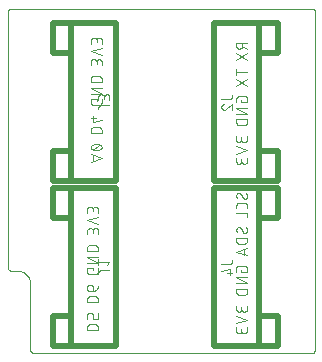
<source format=gbo>
G04 EAGLE Gerber RS-274X export*
G75*
%MOMM*%
%FSLAX34Y34*%
%LPD*%
%INSilk bottom*%
%IPPOS*%
%AMOC8*
5,1,8,0,0,1.08239X$1,22.5*%
G01*
%ADD10C,0.000000*%
%ADD11C,0.101600*%
%ADD12C,0.508000*%


D10*
X0Y298450D02*
X0Y82550D01*
X2Y82439D01*
X8Y82329D01*
X17Y82218D01*
X31Y82108D01*
X48Y81999D01*
X69Y81890D01*
X94Y81782D01*
X123Y81675D01*
X155Y81569D01*
X191Y81464D01*
X231Y81361D01*
X274Y81259D01*
X321Y81158D01*
X372Y81059D01*
X425Y80963D01*
X482Y80868D01*
X543Y80775D01*
X606Y80684D01*
X673Y80595D01*
X743Y80509D01*
X816Y80426D01*
X891Y80344D01*
X969Y80266D01*
X1051Y80191D01*
X1134Y80118D01*
X1220Y80048D01*
X1309Y79981D01*
X1400Y79918D01*
X1493Y79857D01*
X1587Y79800D01*
X1684Y79747D01*
X1783Y79696D01*
X1884Y79649D01*
X1986Y79606D01*
X2089Y79566D01*
X2194Y79530D01*
X2300Y79498D01*
X2407Y79469D01*
X2515Y79444D01*
X2624Y79423D01*
X2733Y79406D01*
X2843Y79392D01*
X2954Y79383D01*
X3064Y79377D01*
X3175Y79375D01*
X8210Y79375D01*
X8472Y79372D01*
X8734Y79362D01*
X8995Y79347D01*
X9256Y79324D01*
X9517Y79296D01*
X9776Y79261D01*
X10035Y79220D01*
X10293Y79173D01*
X10549Y79120D01*
X10804Y79060D01*
X11058Y78994D01*
X11310Y78922D01*
X11560Y78844D01*
X11808Y78761D01*
X12054Y78671D01*
X12298Y78575D01*
X12539Y78473D01*
X12778Y78366D01*
X13014Y78252D01*
X13248Y78133D01*
X13478Y78009D01*
X13705Y77879D01*
X13930Y77743D01*
X14150Y77602D01*
X14368Y77456D01*
X14582Y77305D01*
X14792Y77148D01*
X14998Y76987D01*
X15200Y76820D01*
X15398Y76649D01*
X15592Y76473D01*
X15782Y76292D01*
X15967Y76107D01*
X16148Y75917D01*
X16324Y75723D01*
X16495Y75525D01*
X16662Y75323D01*
X16823Y75117D01*
X16980Y74907D01*
X17131Y74693D01*
X17277Y74475D01*
X17418Y74255D01*
X17554Y74030D01*
X17684Y73803D01*
X17808Y73573D01*
X17927Y73339D01*
X18041Y73103D01*
X18148Y72864D01*
X18250Y72623D01*
X18346Y72379D01*
X18436Y72133D01*
X18519Y71885D01*
X18597Y71635D01*
X18669Y71383D01*
X18735Y71129D01*
X18795Y70874D01*
X18848Y70618D01*
X18895Y70360D01*
X18936Y70101D01*
X18971Y69842D01*
X18999Y69581D01*
X19022Y69320D01*
X19037Y69059D01*
X19047Y68797D01*
X19050Y68535D01*
X19050Y12700D01*
X19052Y12589D01*
X19058Y12479D01*
X19067Y12368D01*
X19081Y12258D01*
X19098Y12149D01*
X19119Y12040D01*
X19144Y11932D01*
X19173Y11825D01*
X19205Y11719D01*
X19241Y11614D01*
X19281Y11511D01*
X19324Y11409D01*
X19371Y11308D01*
X19422Y11209D01*
X19475Y11112D01*
X19532Y11018D01*
X19593Y10925D01*
X19656Y10834D01*
X19723Y10745D01*
X19793Y10659D01*
X19866Y10576D01*
X19941Y10494D01*
X20019Y10416D01*
X20101Y10341D01*
X20184Y10268D01*
X20270Y10198D01*
X20359Y10131D01*
X20450Y10068D01*
X20543Y10007D01*
X20637Y9950D01*
X20734Y9897D01*
X20833Y9846D01*
X20934Y9799D01*
X21036Y9756D01*
X21139Y9716D01*
X21244Y9680D01*
X21350Y9648D01*
X21457Y9619D01*
X21565Y9594D01*
X21674Y9573D01*
X21783Y9556D01*
X21893Y9542D01*
X22004Y9533D01*
X22114Y9527D01*
X22225Y9525D01*
X256975Y9525D01*
X257086Y9527D01*
X257196Y9533D01*
X257307Y9542D01*
X257417Y9556D01*
X257526Y9573D01*
X257635Y9594D01*
X257743Y9619D01*
X257850Y9648D01*
X257956Y9680D01*
X258061Y9716D01*
X258164Y9756D01*
X258266Y9799D01*
X258367Y9846D01*
X258466Y9897D01*
X258562Y9950D01*
X258657Y10007D01*
X258750Y10068D01*
X258841Y10131D01*
X258930Y10198D01*
X259016Y10268D01*
X259099Y10341D01*
X259181Y10416D01*
X259259Y10494D01*
X259334Y10576D01*
X259407Y10659D01*
X259477Y10745D01*
X259544Y10834D01*
X259607Y10925D01*
X259668Y11018D01*
X259725Y11112D01*
X259778Y11209D01*
X259829Y11308D01*
X259876Y11409D01*
X259919Y11511D01*
X259959Y11614D01*
X259995Y11719D01*
X260027Y11825D01*
X260056Y11932D01*
X260081Y12040D01*
X260102Y12149D01*
X260119Y12258D01*
X260133Y12368D01*
X260142Y12479D01*
X260148Y12589D01*
X260150Y12700D01*
X260150Y298525D01*
X260148Y298631D01*
X260142Y298737D01*
X260133Y298843D01*
X260120Y298948D01*
X260103Y299053D01*
X260082Y299157D01*
X260058Y299261D01*
X260029Y299363D01*
X259998Y299465D01*
X259962Y299565D01*
X259924Y299663D01*
X259881Y299761D01*
X259835Y299857D01*
X259786Y299951D01*
X259734Y300043D01*
X259678Y300133D01*
X259619Y300222D01*
X259557Y300308D01*
X259491Y300392D01*
X259423Y300473D01*
X259352Y300552D01*
X259279Y300629D01*
X259202Y300702D01*
X259123Y300773D01*
X259042Y300841D01*
X258958Y300907D01*
X258872Y300969D01*
X258783Y301028D01*
X258693Y301084D01*
X258601Y301136D01*
X258507Y301185D01*
X258411Y301231D01*
X258313Y301274D01*
X258215Y301312D01*
X258115Y301348D01*
X258013Y301379D01*
X257911Y301408D01*
X257807Y301432D01*
X257703Y301453D01*
X257598Y301470D01*
X257493Y301483D01*
X257387Y301492D01*
X257281Y301498D01*
X257175Y301500D01*
X3050Y301500D01*
X2941Y301498D01*
X2832Y301492D01*
X2724Y301483D01*
X2616Y301469D01*
X2508Y301452D01*
X2402Y301430D01*
X2296Y301405D01*
X2191Y301376D01*
X2087Y301344D01*
X1984Y301308D01*
X1883Y301268D01*
X1783Y301224D01*
X1685Y301177D01*
X1588Y301127D01*
X1494Y301073D01*
X1401Y301016D01*
X1311Y300955D01*
X1222Y300892D01*
X1136Y300825D01*
X1053Y300755D01*
X972Y300682D01*
X893Y300607D01*
X818Y300528D01*
X745Y300447D01*
X675Y300364D01*
X608Y300278D01*
X545Y300189D01*
X484Y300099D01*
X427Y300006D01*
X373Y299912D01*
X323Y299815D01*
X276Y299717D01*
X232Y299617D01*
X192Y299516D01*
X156Y299413D01*
X124Y299309D01*
X95Y299204D01*
X70Y299098D01*
X48Y298992D01*
X31Y298884D01*
X17Y298776D01*
X8Y298668D01*
X2Y298559D01*
X0Y298450D01*
D11*
X78740Y79756D02*
X85852Y79756D01*
X78740Y79756D02*
X78651Y79754D01*
X78563Y79748D01*
X78475Y79739D01*
X78387Y79725D01*
X78300Y79708D01*
X78214Y79687D01*
X78129Y79662D01*
X78045Y79633D01*
X77962Y79601D01*
X77881Y79566D01*
X77802Y79526D01*
X77724Y79484D01*
X77648Y79438D01*
X77574Y79389D01*
X77503Y79336D01*
X77434Y79281D01*
X77367Y79222D01*
X77303Y79161D01*
X77242Y79097D01*
X77183Y79030D01*
X77128Y78961D01*
X77075Y78890D01*
X77026Y78816D01*
X76980Y78740D01*
X76938Y78662D01*
X76898Y78583D01*
X76863Y78502D01*
X76831Y78419D01*
X76802Y78335D01*
X76777Y78250D01*
X76756Y78164D01*
X76739Y78077D01*
X76725Y77989D01*
X76716Y77901D01*
X76710Y77813D01*
X76708Y77724D01*
X76708Y76708D01*
X83820Y84083D02*
X85852Y86623D01*
X76708Y86623D01*
X76708Y84083D02*
X76708Y89163D01*
X76327Y29083D02*
X67183Y29083D01*
X76327Y29083D02*
X76327Y31623D01*
X76325Y31723D01*
X76319Y31822D01*
X76309Y31922D01*
X76296Y32020D01*
X76278Y32119D01*
X76257Y32216D01*
X76232Y32312D01*
X76203Y32408D01*
X76170Y32502D01*
X76134Y32595D01*
X76094Y32686D01*
X76050Y32776D01*
X76003Y32864D01*
X75953Y32950D01*
X75899Y33034D01*
X75842Y33116D01*
X75782Y33195D01*
X75718Y33273D01*
X75652Y33347D01*
X75583Y33419D01*
X75511Y33488D01*
X75437Y33554D01*
X75359Y33618D01*
X75280Y33678D01*
X75198Y33735D01*
X75114Y33789D01*
X75028Y33839D01*
X74940Y33886D01*
X74850Y33930D01*
X74759Y33970D01*
X74666Y34006D01*
X74572Y34039D01*
X74476Y34068D01*
X74380Y34093D01*
X74283Y34114D01*
X74184Y34132D01*
X74086Y34145D01*
X73986Y34155D01*
X73887Y34161D01*
X73787Y34163D01*
X69723Y34163D01*
X69623Y34161D01*
X69524Y34155D01*
X69424Y34145D01*
X69326Y34132D01*
X69227Y34114D01*
X69130Y34093D01*
X69034Y34068D01*
X68938Y34039D01*
X68844Y34006D01*
X68751Y33970D01*
X68660Y33930D01*
X68570Y33886D01*
X68482Y33839D01*
X68396Y33789D01*
X68312Y33735D01*
X68230Y33678D01*
X68151Y33618D01*
X68073Y33554D01*
X67999Y33488D01*
X67927Y33419D01*
X67858Y33347D01*
X67792Y33273D01*
X67728Y33195D01*
X67668Y33116D01*
X67611Y33034D01*
X67557Y32950D01*
X67507Y32864D01*
X67460Y32776D01*
X67416Y32686D01*
X67376Y32595D01*
X67340Y32502D01*
X67307Y32408D01*
X67278Y32312D01*
X67253Y32216D01*
X67232Y32119D01*
X67214Y32020D01*
X67201Y31922D01*
X67191Y31822D01*
X67185Y31723D01*
X67183Y31623D01*
X67183Y29083D01*
X67183Y38532D02*
X67183Y41580D01*
X67185Y41669D01*
X67191Y41757D01*
X67200Y41845D01*
X67214Y41933D01*
X67231Y42020D01*
X67252Y42106D01*
X67277Y42191D01*
X67306Y42275D01*
X67338Y42358D01*
X67373Y42439D01*
X67413Y42518D01*
X67455Y42596D01*
X67501Y42672D01*
X67550Y42746D01*
X67603Y42817D01*
X67658Y42886D01*
X67717Y42953D01*
X67778Y43017D01*
X67842Y43078D01*
X67909Y43137D01*
X67978Y43192D01*
X68049Y43245D01*
X68123Y43294D01*
X68199Y43340D01*
X68277Y43382D01*
X68356Y43422D01*
X68437Y43457D01*
X68520Y43489D01*
X68604Y43518D01*
X68689Y43543D01*
X68775Y43564D01*
X68862Y43581D01*
X68950Y43595D01*
X69038Y43604D01*
X69126Y43610D01*
X69215Y43612D01*
X70231Y43612D01*
X70320Y43610D01*
X70408Y43604D01*
X70496Y43595D01*
X70584Y43581D01*
X70671Y43564D01*
X70757Y43543D01*
X70842Y43518D01*
X70926Y43489D01*
X71009Y43457D01*
X71090Y43422D01*
X71169Y43382D01*
X71247Y43340D01*
X71323Y43294D01*
X71397Y43245D01*
X71468Y43192D01*
X71537Y43137D01*
X71604Y43078D01*
X71668Y43017D01*
X71729Y42953D01*
X71788Y42886D01*
X71843Y42817D01*
X71896Y42746D01*
X71945Y42672D01*
X71991Y42596D01*
X72033Y42518D01*
X72073Y42439D01*
X72108Y42358D01*
X72140Y42275D01*
X72169Y42191D01*
X72194Y42106D01*
X72215Y42020D01*
X72232Y41933D01*
X72246Y41845D01*
X72255Y41757D01*
X72261Y41669D01*
X72263Y41580D01*
X72263Y38532D01*
X76327Y38532D01*
X76327Y43612D01*
X76327Y52857D02*
X67183Y52857D01*
X76327Y52857D02*
X76327Y55397D01*
X76325Y55497D01*
X76319Y55596D01*
X76309Y55696D01*
X76296Y55794D01*
X76278Y55893D01*
X76257Y55990D01*
X76232Y56086D01*
X76203Y56182D01*
X76170Y56276D01*
X76134Y56369D01*
X76094Y56460D01*
X76050Y56550D01*
X76003Y56638D01*
X75953Y56724D01*
X75899Y56808D01*
X75842Y56890D01*
X75782Y56969D01*
X75718Y57047D01*
X75652Y57121D01*
X75583Y57193D01*
X75511Y57262D01*
X75437Y57328D01*
X75359Y57392D01*
X75280Y57452D01*
X75198Y57509D01*
X75114Y57563D01*
X75028Y57613D01*
X74940Y57660D01*
X74850Y57704D01*
X74759Y57744D01*
X74666Y57780D01*
X74572Y57813D01*
X74476Y57842D01*
X74380Y57867D01*
X74283Y57888D01*
X74184Y57906D01*
X74086Y57919D01*
X73986Y57929D01*
X73887Y57935D01*
X73787Y57937D01*
X69723Y57937D01*
X69623Y57935D01*
X69524Y57929D01*
X69424Y57919D01*
X69326Y57906D01*
X69227Y57888D01*
X69130Y57867D01*
X69034Y57842D01*
X68938Y57813D01*
X68844Y57780D01*
X68751Y57744D01*
X68660Y57704D01*
X68570Y57660D01*
X68482Y57613D01*
X68396Y57563D01*
X68312Y57509D01*
X68230Y57452D01*
X68151Y57392D01*
X68073Y57328D01*
X67999Y57262D01*
X67927Y57193D01*
X67858Y57121D01*
X67792Y57047D01*
X67728Y56969D01*
X67668Y56890D01*
X67611Y56808D01*
X67557Y56724D01*
X67507Y56638D01*
X67460Y56550D01*
X67416Y56460D01*
X67376Y56369D01*
X67340Y56276D01*
X67307Y56182D01*
X67278Y56086D01*
X67253Y55990D01*
X67232Y55893D01*
X67214Y55794D01*
X67201Y55696D01*
X67191Y55596D01*
X67185Y55497D01*
X67183Y55397D01*
X67183Y52857D01*
X72263Y62306D02*
X72263Y65354D01*
X72261Y65443D01*
X72255Y65531D01*
X72246Y65619D01*
X72232Y65707D01*
X72215Y65794D01*
X72194Y65880D01*
X72169Y65965D01*
X72140Y66049D01*
X72108Y66132D01*
X72073Y66213D01*
X72033Y66292D01*
X71991Y66370D01*
X71945Y66446D01*
X71896Y66520D01*
X71843Y66591D01*
X71788Y66660D01*
X71729Y66727D01*
X71668Y66791D01*
X71604Y66852D01*
X71537Y66911D01*
X71468Y66966D01*
X71397Y67019D01*
X71323Y67068D01*
X71247Y67114D01*
X71169Y67156D01*
X71090Y67196D01*
X71009Y67231D01*
X70926Y67263D01*
X70842Y67292D01*
X70757Y67317D01*
X70671Y67338D01*
X70584Y67355D01*
X70496Y67369D01*
X70408Y67378D01*
X70320Y67384D01*
X70231Y67386D01*
X69723Y67386D01*
X69623Y67384D01*
X69524Y67378D01*
X69424Y67368D01*
X69326Y67355D01*
X69227Y67337D01*
X69130Y67316D01*
X69034Y67291D01*
X68938Y67262D01*
X68844Y67229D01*
X68751Y67193D01*
X68660Y67153D01*
X68570Y67109D01*
X68482Y67062D01*
X68396Y67012D01*
X68312Y66958D01*
X68230Y66901D01*
X68151Y66841D01*
X68073Y66777D01*
X67999Y66711D01*
X67927Y66642D01*
X67858Y66570D01*
X67792Y66496D01*
X67728Y66418D01*
X67668Y66339D01*
X67611Y66257D01*
X67557Y66173D01*
X67507Y66087D01*
X67460Y65999D01*
X67416Y65909D01*
X67376Y65818D01*
X67340Y65725D01*
X67307Y65631D01*
X67278Y65535D01*
X67253Y65439D01*
X67232Y65342D01*
X67214Y65243D01*
X67201Y65145D01*
X67191Y65045D01*
X67185Y64946D01*
X67183Y64846D01*
X67185Y64746D01*
X67191Y64647D01*
X67201Y64547D01*
X67214Y64449D01*
X67232Y64350D01*
X67253Y64253D01*
X67278Y64157D01*
X67307Y64061D01*
X67340Y63967D01*
X67376Y63874D01*
X67416Y63783D01*
X67460Y63693D01*
X67507Y63605D01*
X67557Y63519D01*
X67611Y63435D01*
X67668Y63353D01*
X67728Y63274D01*
X67792Y63196D01*
X67858Y63122D01*
X67927Y63050D01*
X67999Y62981D01*
X68073Y62915D01*
X68151Y62851D01*
X68230Y62791D01*
X68312Y62734D01*
X68396Y62680D01*
X68482Y62630D01*
X68570Y62583D01*
X68660Y62539D01*
X68751Y62499D01*
X68844Y62463D01*
X68938Y62430D01*
X69034Y62401D01*
X69130Y62376D01*
X69227Y62355D01*
X69326Y62337D01*
X69424Y62324D01*
X69524Y62314D01*
X69623Y62308D01*
X69723Y62306D01*
X72263Y62306D01*
X72388Y62308D01*
X72513Y62314D01*
X72638Y62323D01*
X72762Y62337D01*
X72886Y62354D01*
X73010Y62375D01*
X73132Y62400D01*
X73254Y62429D01*
X73375Y62461D01*
X73495Y62497D01*
X73614Y62537D01*
X73731Y62580D01*
X73847Y62627D01*
X73962Y62678D01*
X74074Y62732D01*
X74186Y62790D01*
X74295Y62850D01*
X74402Y62915D01*
X74508Y62982D01*
X74611Y63053D01*
X74712Y63127D01*
X74811Y63204D01*
X74907Y63284D01*
X75001Y63367D01*
X75092Y63452D01*
X75181Y63541D01*
X75266Y63632D01*
X75349Y63726D01*
X75429Y63822D01*
X75506Y63921D01*
X75580Y64022D01*
X75651Y64125D01*
X75718Y64231D01*
X75783Y64338D01*
X75843Y64447D01*
X75901Y64559D01*
X75955Y64671D01*
X76006Y64786D01*
X76053Y64902D01*
X76096Y65019D01*
X76136Y65138D01*
X76172Y65258D01*
X76204Y65379D01*
X76233Y65501D01*
X76258Y65623D01*
X76279Y65747D01*
X76296Y65871D01*
X76310Y65995D01*
X76319Y66120D01*
X76325Y66245D01*
X76327Y66370D01*
X72263Y80188D02*
X72263Y81712D01*
X67183Y81712D01*
X67183Y78664D01*
X67185Y78575D01*
X67191Y78487D01*
X67200Y78399D01*
X67214Y78311D01*
X67231Y78224D01*
X67252Y78138D01*
X67277Y78053D01*
X67306Y77969D01*
X67338Y77886D01*
X67373Y77805D01*
X67413Y77726D01*
X67455Y77648D01*
X67501Y77572D01*
X67550Y77498D01*
X67603Y77427D01*
X67658Y77358D01*
X67717Y77291D01*
X67778Y77227D01*
X67842Y77166D01*
X67909Y77107D01*
X67978Y77052D01*
X68049Y76999D01*
X68123Y76950D01*
X68199Y76904D01*
X68277Y76862D01*
X68356Y76822D01*
X68437Y76787D01*
X68520Y76755D01*
X68604Y76726D01*
X68689Y76701D01*
X68775Y76680D01*
X68862Y76663D01*
X68950Y76649D01*
X69038Y76640D01*
X69126Y76634D01*
X69215Y76632D01*
X74295Y76632D01*
X74384Y76634D01*
X74472Y76640D01*
X74560Y76649D01*
X74648Y76663D01*
X74735Y76680D01*
X74821Y76701D01*
X74906Y76726D01*
X74990Y76755D01*
X75073Y76787D01*
X75154Y76822D01*
X75233Y76862D01*
X75311Y76904D01*
X75387Y76950D01*
X75461Y76999D01*
X75532Y77052D01*
X75601Y77107D01*
X75668Y77166D01*
X75732Y77227D01*
X75793Y77291D01*
X75852Y77358D01*
X75907Y77427D01*
X75960Y77498D01*
X76009Y77572D01*
X76055Y77648D01*
X76097Y77726D01*
X76137Y77805D01*
X76172Y77886D01*
X76204Y77969D01*
X76233Y78053D01*
X76258Y78138D01*
X76279Y78224D01*
X76296Y78311D01*
X76310Y78399D01*
X76319Y78487D01*
X76325Y78575D01*
X76327Y78664D01*
X76327Y81712D01*
X76327Y86385D02*
X67183Y86385D01*
X67183Y91465D02*
X76327Y86385D01*
X76327Y91465D02*
X67183Y91465D01*
X67183Y96139D02*
X76327Y96139D01*
X76327Y98679D01*
X76325Y98779D01*
X76319Y98878D01*
X76309Y98978D01*
X76296Y99076D01*
X76278Y99175D01*
X76257Y99272D01*
X76232Y99368D01*
X76203Y99464D01*
X76170Y99558D01*
X76134Y99651D01*
X76094Y99742D01*
X76050Y99832D01*
X76003Y99920D01*
X75953Y100006D01*
X75899Y100090D01*
X75842Y100172D01*
X75782Y100251D01*
X75718Y100329D01*
X75652Y100403D01*
X75583Y100475D01*
X75511Y100544D01*
X75437Y100610D01*
X75359Y100674D01*
X75280Y100734D01*
X75198Y100791D01*
X75114Y100845D01*
X75028Y100895D01*
X74940Y100942D01*
X74850Y100986D01*
X74759Y101026D01*
X74666Y101062D01*
X74572Y101095D01*
X74476Y101124D01*
X74380Y101149D01*
X74283Y101170D01*
X74184Y101188D01*
X74086Y101201D01*
X73986Y101211D01*
X73887Y101217D01*
X73787Y101219D01*
X69723Y101219D01*
X69623Y101217D01*
X69524Y101211D01*
X69424Y101201D01*
X69326Y101188D01*
X69227Y101170D01*
X69130Y101149D01*
X69034Y101124D01*
X68938Y101095D01*
X68844Y101062D01*
X68751Y101026D01*
X68660Y100986D01*
X68570Y100942D01*
X68482Y100895D01*
X68396Y100845D01*
X68312Y100791D01*
X68230Y100734D01*
X68151Y100674D01*
X68073Y100610D01*
X67999Y100544D01*
X67927Y100475D01*
X67858Y100403D01*
X67792Y100329D01*
X67728Y100251D01*
X67668Y100172D01*
X67611Y100090D01*
X67557Y100006D01*
X67507Y99920D01*
X67460Y99832D01*
X67416Y99742D01*
X67376Y99651D01*
X67340Y99558D01*
X67307Y99464D01*
X67278Y99368D01*
X67253Y99272D01*
X67232Y99175D01*
X67214Y99076D01*
X67201Y98978D01*
X67191Y98878D01*
X67185Y98779D01*
X67183Y98679D01*
X67183Y96139D01*
X67183Y110464D02*
X67183Y113004D01*
X67185Y113104D01*
X67191Y113203D01*
X67201Y113303D01*
X67214Y113401D01*
X67232Y113500D01*
X67253Y113597D01*
X67278Y113693D01*
X67307Y113789D01*
X67340Y113883D01*
X67376Y113976D01*
X67416Y114067D01*
X67460Y114157D01*
X67507Y114245D01*
X67557Y114331D01*
X67611Y114415D01*
X67668Y114497D01*
X67728Y114576D01*
X67792Y114654D01*
X67858Y114728D01*
X67927Y114800D01*
X67999Y114869D01*
X68073Y114935D01*
X68151Y114999D01*
X68230Y115059D01*
X68312Y115116D01*
X68396Y115170D01*
X68482Y115220D01*
X68570Y115267D01*
X68660Y115311D01*
X68751Y115351D01*
X68844Y115387D01*
X68938Y115420D01*
X69034Y115449D01*
X69130Y115474D01*
X69227Y115495D01*
X69326Y115513D01*
X69424Y115526D01*
X69524Y115536D01*
X69623Y115542D01*
X69723Y115544D01*
X69823Y115542D01*
X69922Y115536D01*
X70022Y115526D01*
X70120Y115513D01*
X70219Y115495D01*
X70316Y115474D01*
X70412Y115449D01*
X70508Y115420D01*
X70602Y115387D01*
X70695Y115351D01*
X70786Y115311D01*
X70876Y115267D01*
X70964Y115220D01*
X71050Y115170D01*
X71134Y115116D01*
X71216Y115059D01*
X71295Y114999D01*
X71373Y114935D01*
X71447Y114869D01*
X71519Y114800D01*
X71588Y114728D01*
X71654Y114654D01*
X71718Y114576D01*
X71778Y114497D01*
X71835Y114415D01*
X71889Y114331D01*
X71939Y114245D01*
X71986Y114157D01*
X72030Y114067D01*
X72070Y113976D01*
X72106Y113883D01*
X72139Y113789D01*
X72168Y113693D01*
X72193Y113597D01*
X72214Y113500D01*
X72232Y113401D01*
X72245Y113303D01*
X72255Y113203D01*
X72261Y113104D01*
X72263Y113004D01*
X76327Y113512D02*
X76327Y110464D01*
X76327Y113512D02*
X76325Y113601D01*
X76319Y113689D01*
X76310Y113777D01*
X76296Y113865D01*
X76279Y113952D01*
X76258Y114038D01*
X76233Y114123D01*
X76204Y114207D01*
X76172Y114290D01*
X76137Y114371D01*
X76097Y114450D01*
X76055Y114528D01*
X76009Y114604D01*
X75960Y114678D01*
X75907Y114749D01*
X75852Y114818D01*
X75793Y114885D01*
X75732Y114949D01*
X75668Y115010D01*
X75601Y115069D01*
X75532Y115124D01*
X75461Y115177D01*
X75387Y115226D01*
X75311Y115272D01*
X75233Y115314D01*
X75154Y115354D01*
X75073Y115389D01*
X74990Y115421D01*
X74906Y115450D01*
X74821Y115475D01*
X74735Y115496D01*
X74648Y115513D01*
X74560Y115527D01*
X74472Y115536D01*
X74384Y115542D01*
X74295Y115544D01*
X74206Y115542D01*
X74118Y115536D01*
X74030Y115527D01*
X73942Y115513D01*
X73855Y115496D01*
X73769Y115475D01*
X73684Y115450D01*
X73600Y115421D01*
X73517Y115389D01*
X73436Y115354D01*
X73357Y115314D01*
X73279Y115272D01*
X73203Y115226D01*
X73129Y115177D01*
X73058Y115124D01*
X72989Y115069D01*
X72922Y115010D01*
X72858Y114949D01*
X72797Y114885D01*
X72738Y114818D01*
X72683Y114749D01*
X72630Y114678D01*
X72581Y114604D01*
X72535Y114528D01*
X72493Y114450D01*
X72453Y114371D01*
X72418Y114290D01*
X72386Y114207D01*
X72357Y114123D01*
X72332Y114038D01*
X72311Y113952D01*
X72294Y113865D01*
X72280Y113777D01*
X72271Y113689D01*
X72265Y113601D01*
X72263Y113512D01*
X72263Y111480D01*
X76327Y119100D02*
X67183Y122148D01*
X76327Y125196D01*
X67183Y128752D02*
X67183Y131292D01*
X67185Y131392D01*
X67191Y131491D01*
X67201Y131591D01*
X67214Y131689D01*
X67232Y131788D01*
X67253Y131885D01*
X67278Y131981D01*
X67307Y132077D01*
X67340Y132171D01*
X67376Y132264D01*
X67416Y132355D01*
X67460Y132445D01*
X67507Y132533D01*
X67557Y132619D01*
X67611Y132703D01*
X67668Y132785D01*
X67728Y132864D01*
X67792Y132942D01*
X67858Y133016D01*
X67927Y133088D01*
X67999Y133157D01*
X68073Y133223D01*
X68151Y133287D01*
X68230Y133347D01*
X68312Y133404D01*
X68396Y133458D01*
X68482Y133508D01*
X68570Y133555D01*
X68660Y133599D01*
X68751Y133639D01*
X68844Y133675D01*
X68938Y133708D01*
X69034Y133737D01*
X69130Y133762D01*
X69227Y133783D01*
X69326Y133801D01*
X69424Y133814D01*
X69524Y133824D01*
X69623Y133830D01*
X69723Y133832D01*
X69823Y133830D01*
X69922Y133824D01*
X70022Y133814D01*
X70120Y133801D01*
X70219Y133783D01*
X70316Y133762D01*
X70412Y133737D01*
X70508Y133708D01*
X70602Y133675D01*
X70695Y133639D01*
X70786Y133599D01*
X70876Y133555D01*
X70964Y133508D01*
X71050Y133458D01*
X71134Y133404D01*
X71216Y133347D01*
X71295Y133287D01*
X71373Y133223D01*
X71447Y133157D01*
X71519Y133088D01*
X71588Y133016D01*
X71654Y132942D01*
X71718Y132864D01*
X71778Y132785D01*
X71835Y132703D01*
X71889Y132619D01*
X71939Y132533D01*
X71986Y132445D01*
X72030Y132355D01*
X72070Y132264D01*
X72106Y132171D01*
X72139Y132077D01*
X72168Y131981D01*
X72193Y131885D01*
X72214Y131788D01*
X72232Y131689D01*
X72245Y131591D01*
X72255Y131491D01*
X72261Y131392D01*
X72263Y131292D01*
X76327Y131800D02*
X76327Y128752D01*
X76327Y131800D02*
X76325Y131889D01*
X76319Y131977D01*
X76310Y132065D01*
X76296Y132153D01*
X76279Y132240D01*
X76258Y132326D01*
X76233Y132411D01*
X76204Y132495D01*
X76172Y132578D01*
X76137Y132659D01*
X76097Y132738D01*
X76055Y132816D01*
X76009Y132892D01*
X75960Y132966D01*
X75907Y133037D01*
X75852Y133106D01*
X75793Y133173D01*
X75732Y133237D01*
X75668Y133298D01*
X75601Y133357D01*
X75532Y133412D01*
X75461Y133465D01*
X75387Y133514D01*
X75311Y133560D01*
X75233Y133602D01*
X75154Y133642D01*
X75073Y133677D01*
X74990Y133709D01*
X74906Y133738D01*
X74821Y133763D01*
X74735Y133784D01*
X74648Y133801D01*
X74560Y133815D01*
X74472Y133824D01*
X74384Y133830D01*
X74295Y133832D01*
X74206Y133830D01*
X74118Y133824D01*
X74030Y133815D01*
X73942Y133801D01*
X73855Y133784D01*
X73769Y133763D01*
X73684Y133738D01*
X73600Y133709D01*
X73517Y133677D01*
X73436Y133642D01*
X73357Y133602D01*
X73279Y133560D01*
X73203Y133514D01*
X73129Y133465D01*
X73058Y133412D01*
X72989Y133357D01*
X72922Y133298D01*
X72858Y133237D01*
X72797Y133173D01*
X72738Y133106D01*
X72683Y133037D01*
X72630Y132966D01*
X72581Y132892D01*
X72535Y132816D01*
X72493Y132738D01*
X72453Y132659D01*
X72418Y132578D01*
X72386Y132495D01*
X72357Y132411D01*
X72332Y132326D01*
X72311Y132240D01*
X72294Y132153D01*
X72280Y132065D01*
X72271Y131977D01*
X72265Y131889D01*
X72263Y131800D01*
X72263Y129768D01*
D12*
X92075Y149225D02*
X92075Y15875D01*
X92075Y149225D02*
X53975Y149225D01*
X53975Y123825D01*
X53975Y41275D01*
X53975Y15875D01*
X92075Y15875D01*
X53975Y15875D02*
X38100Y15875D01*
X38100Y41275D01*
X53975Y41275D01*
X53975Y149225D02*
X38100Y149225D01*
X38100Y123825D01*
X53975Y123825D01*
D11*
X180848Y85344D02*
X187960Y85344D01*
X188049Y85346D01*
X188137Y85352D01*
X188225Y85361D01*
X188313Y85375D01*
X188400Y85392D01*
X188486Y85413D01*
X188571Y85438D01*
X188655Y85467D01*
X188738Y85499D01*
X188819Y85534D01*
X188898Y85574D01*
X188976Y85616D01*
X189052Y85662D01*
X189126Y85711D01*
X189197Y85764D01*
X189266Y85819D01*
X189333Y85878D01*
X189397Y85939D01*
X189458Y86003D01*
X189517Y86070D01*
X189572Y86139D01*
X189625Y86210D01*
X189674Y86284D01*
X189720Y86360D01*
X189762Y86438D01*
X189802Y86517D01*
X189837Y86598D01*
X189869Y86681D01*
X189898Y86765D01*
X189923Y86850D01*
X189944Y86936D01*
X189961Y87023D01*
X189975Y87111D01*
X189984Y87199D01*
X189990Y87287D01*
X189992Y87376D01*
X189992Y88392D01*
X187960Y81017D02*
X180848Y78985D01*
X187960Y81017D02*
X187960Y75937D01*
X185928Y77461D02*
X189992Y77461D01*
X200660Y140462D02*
X200749Y140464D01*
X200837Y140470D01*
X200925Y140479D01*
X201013Y140493D01*
X201100Y140510D01*
X201186Y140531D01*
X201271Y140556D01*
X201355Y140585D01*
X201438Y140617D01*
X201519Y140652D01*
X201598Y140692D01*
X201676Y140734D01*
X201752Y140780D01*
X201826Y140829D01*
X201897Y140882D01*
X201966Y140937D01*
X202033Y140996D01*
X202097Y141057D01*
X202158Y141121D01*
X202217Y141188D01*
X202272Y141257D01*
X202325Y141328D01*
X202374Y141402D01*
X202420Y141478D01*
X202462Y141556D01*
X202502Y141635D01*
X202537Y141716D01*
X202569Y141799D01*
X202598Y141883D01*
X202623Y141968D01*
X202644Y142054D01*
X202661Y142141D01*
X202675Y142229D01*
X202684Y142317D01*
X202690Y142405D01*
X202692Y142494D01*
X202690Y142624D01*
X202684Y142755D01*
X202674Y142885D01*
X202660Y143014D01*
X202643Y143143D01*
X202621Y143272D01*
X202595Y143400D01*
X202566Y143527D01*
X202533Y143653D01*
X202496Y143778D01*
X202455Y143902D01*
X202410Y144024D01*
X202362Y144145D01*
X202310Y144265D01*
X202254Y144383D01*
X202195Y144499D01*
X202132Y144613D01*
X202066Y144726D01*
X201997Y144836D01*
X201924Y144944D01*
X201848Y145050D01*
X201769Y145154D01*
X201687Y145255D01*
X201601Y145353D01*
X201513Y145449D01*
X201422Y145542D01*
X195580Y145288D02*
X195491Y145286D01*
X195403Y145280D01*
X195315Y145271D01*
X195227Y145257D01*
X195140Y145240D01*
X195054Y145219D01*
X194969Y145194D01*
X194885Y145165D01*
X194802Y145133D01*
X194721Y145098D01*
X194642Y145058D01*
X194564Y145016D01*
X194488Y144970D01*
X194414Y144921D01*
X194343Y144868D01*
X194274Y144813D01*
X194207Y144754D01*
X194143Y144693D01*
X194082Y144629D01*
X194023Y144562D01*
X193968Y144493D01*
X193915Y144422D01*
X193866Y144348D01*
X193820Y144272D01*
X193778Y144194D01*
X193738Y144115D01*
X193703Y144034D01*
X193671Y143951D01*
X193642Y143867D01*
X193617Y143782D01*
X193596Y143696D01*
X193579Y143609D01*
X193565Y143521D01*
X193556Y143433D01*
X193550Y143345D01*
X193548Y143256D01*
X193550Y143133D01*
X193556Y143011D01*
X193566Y142889D01*
X193580Y142767D01*
X193597Y142646D01*
X193619Y142525D01*
X193644Y142405D01*
X193674Y142286D01*
X193707Y142168D01*
X193744Y142051D01*
X193784Y141936D01*
X193828Y141821D01*
X193876Y141708D01*
X193928Y141597D01*
X193983Y141488D01*
X194042Y141380D01*
X194104Y141274D01*
X194169Y141171D01*
X194238Y141069D01*
X194310Y140970D01*
X197358Y144272D02*
X197311Y144348D01*
X197261Y144422D01*
X197208Y144493D01*
X197151Y144562D01*
X197092Y144629D01*
X197030Y144693D01*
X196965Y144755D01*
X196897Y144813D01*
X196827Y144868D01*
X196755Y144921D01*
X196681Y144970D01*
X196604Y145016D01*
X196526Y145059D01*
X196445Y145098D01*
X196363Y145134D01*
X196280Y145166D01*
X196196Y145194D01*
X196110Y145219D01*
X196023Y145240D01*
X195935Y145257D01*
X195847Y145271D01*
X195758Y145280D01*
X195669Y145286D01*
X195580Y145288D01*
X198882Y141478D02*
X198929Y141402D01*
X198979Y141328D01*
X199032Y141257D01*
X199089Y141188D01*
X199148Y141121D01*
X199210Y141057D01*
X199275Y140995D01*
X199343Y140937D01*
X199413Y140882D01*
X199485Y140829D01*
X199559Y140780D01*
X199636Y140734D01*
X199714Y140691D01*
X199795Y140652D01*
X199877Y140616D01*
X199960Y140584D01*
X200044Y140556D01*
X200130Y140531D01*
X200217Y140510D01*
X200305Y140493D01*
X200393Y140479D01*
X200482Y140470D01*
X200571Y140464D01*
X200660Y140462D01*
X198882Y141478D02*
X197358Y144272D01*
X202692Y134701D02*
X202692Y132669D01*
X202692Y134701D02*
X202690Y134790D01*
X202684Y134878D01*
X202675Y134966D01*
X202661Y135054D01*
X202644Y135141D01*
X202623Y135227D01*
X202598Y135312D01*
X202569Y135396D01*
X202537Y135479D01*
X202502Y135560D01*
X202462Y135639D01*
X202420Y135717D01*
X202374Y135793D01*
X202325Y135867D01*
X202272Y135938D01*
X202217Y136007D01*
X202158Y136074D01*
X202097Y136138D01*
X202033Y136199D01*
X201966Y136258D01*
X201897Y136313D01*
X201826Y136366D01*
X201752Y136415D01*
X201676Y136461D01*
X201598Y136503D01*
X201519Y136543D01*
X201438Y136578D01*
X201355Y136610D01*
X201271Y136639D01*
X201186Y136664D01*
X201100Y136685D01*
X201013Y136702D01*
X200925Y136716D01*
X200837Y136725D01*
X200749Y136731D01*
X200660Y136733D01*
X195580Y136733D01*
X195491Y136731D01*
X195403Y136725D01*
X195315Y136716D01*
X195227Y136702D01*
X195140Y136685D01*
X195054Y136664D01*
X194969Y136639D01*
X194885Y136610D01*
X194802Y136578D01*
X194721Y136543D01*
X194642Y136503D01*
X194564Y136461D01*
X194488Y136415D01*
X194414Y136366D01*
X194343Y136313D01*
X194274Y136258D01*
X194207Y136199D01*
X194143Y136138D01*
X194082Y136074D01*
X194023Y136007D01*
X193968Y135938D01*
X193915Y135867D01*
X193866Y135793D01*
X193820Y135717D01*
X193778Y135639D01*
X193738Y135560D01*
X193703Y135479D01*
X193671Y135396D01*
X193642Y135312D01*
X193617Y135227D01*
X193596Y135141D01*
X193579Y135054D01*
X193565Y134966D01*
X193556Y134878D01*
X193550Y134790D01*
X193548Y134701D01*
X193548Y132669D01*
X193548Y128758D02*
X202692Y128758D01*
X202692Y124694D01*
X202692Y113538D02*
X202690Y113449D01*
X202684Y113361D01*
X202675Y113273D01*
X202661Y113185D01*
X202644Y113098D01*
X202623Y113012D01*
X202598Y112927D01*
X202569Y112843D01*
X202537Y112760D01*
X202502Y112679D01*
X202462Y112600D01*
X202420Y112522D01*
X202374Y112446D01*
X202325Y112372D01*
X202272Y112301D01*
X202217Y112232D01*
X202158Y112165D01*
X202097Y112101D01*
X202033Y112040D01*
X201966Y111981D01*
X201897Y111926D01*
X201826Y111873D01*
X201752Y111824D01*
X201676Y111778D01*
X201598Y111736D01*
X201519Y111696D01*
X201438Y111661D01*
X201355Y111629D01*
X201271Y111600D01*
X201186Y111575D01*
X201100Y111554D01*
X201013Y111537D01*
X200925Y111523D01*
X200837Y111514D01*
X200749Y111508D01*
X200660Y111506D01*
X202692Y113538D02*
X202690Y113668D01*
X202684Y113799D01*
X202674Y113929D01*
X202660Y114058D01*
X202643Y114187D01*
X202621Y114316D01*
X202595Y114444D01*
X202566Y114571D01*
X202533Y114697D01*
X202496Y114822D01*
X202455Y114946D01*
X202410Y115068D01*
X202362Y115189D01*
X202310Y115309D01*
X202254Y115427D01*
X202195Y115543D01*
X202132Y115657D01*
X202066Y115770D01*
X201997Y115880D01*
X201924Y115988D01*
X201848Y116094D01*
X201769Y116198D01*
X201687Y116299D01*
X201601Y116397D01*
X201513Y116493D01*
X201422Y116586D01*
X195580Y116332D02*
X195491Y116330D01*
X195403Y116324D01*
X195315Y116315D01*
X195227Y116301D01*
X195140Y116284D01*
X195054Y116263D01*
X194969Y116238D01*
X194885Y116209D01*
X194802Y116177D01*
X194721Y116142D01*
X194642Y116102D01*
X194564Y116060D01*
X194488Y116014D01*
X194414Y115965D01*
X194343Y115912D01*
X194274Y115857D01*
X194207Y115798D01*
X194143Y115737D01*
X194082Y115673D01*
X194023Y115606D01*
X193968Y115537D01*
X193915Y115466D01*
X193866Y115392D01*
X193820Y115316D01*
X193778Y115238D01*
X193738Y115159D01*
X193703Y115078D01*
X193671Y114995D01*
X193642Y114911D01*
X193617Y114826D01*
X193596Y114740D01*
X193579Y114653D01*
X193565Y114565D01*
X193556Y114477D01*
X193550Y114389D01*
X193548Y114300D01*
X193550Y114177D01*
X193556Y114055D01*
X193566Y113933D01*
X193580Y113811D01*
X193597Y113690D01*
X193619Y113569D01*
X193644Y113449D01*
X193674Y113330D01*
X193707Y113212D01*
X193744Y113095D01*
X193784Y112980D01*
X193828Y112865D01*
X193876Y112752D01*
X193928Y112641D01*
X193983Y112532D01*
X194042Y112424D01*
X194104Y112318D01*
X194169Y112215D01*
X194238Y112113D01*
X194310Y112014D01*
X197358Y115316D02*
X197311Y115392D01*
X197261Y115466D01*
X197208Y115537D01*
X197151Y115606D01*
X197092Y115673D01*
X197030Y115737D01*
X196965Y115799D01*
X196897Y115857D01*
X196827Y115912D01*
X196755Y115965D01*
X196681Y116014D01*
X196604Y116060D01*
X196526Y116103D01*
X196445Y116142D01*
X196363Y116178D01*
X196280Y116210D01*
X196196Y116238D01*
X196110Y116263D01*
X196023Y116284D01*
X195935Y116301D01*
X195847Y116315D01*
X195758Y116324D01*
X195669Y116330D01*
X195580Y116332D01*
X198882Y112522D02*
X198929Y112446D01*
X198979Y112372D01*
X199032Y112301D01*
X199089Y112232D01*
X199148Y112165D01*
X199210Y112101D01*
X199275Y112039D01*
X199343Y111981D01*
X199413Y111926D01*
X199485Y111873D01*
X199559Y111824D01*
X199636Y111778D01*
X199714Y111735D01*
X199795Y111696D01*
X199877Y111660D01*
X199960Y111628D01*
X200044Y111600D01*
X200130Y111575D01*
X200217Y111554D01*
X200305Y111537D01*
X200393Y111523D01*
X200482Y111514D01*
X200571Y111508D01*
X200660Y111506D01*
X198882Y112522D02*
X197358Y115316D01*
X193548Y107442D02*
X202692Y107442D01*
X193548Y107442D02*
X193548Y104902D01*
X193550Y104802D01*
X193556Y104703D01*
X193566Y104603D01*
X193579Y104505D01*
X193597Y104406D01*
X193618Y104309D01*
X193643Y104213D01*
X193672Y104117D01*
X193705Y104023D01*
X193741Y103930D01*
X193781Y103839D01*
X193825Y103749D01*
X193872Y103661D01*
X193922Y103575D01*
X193976Y103491D01*
X194033Y103409D01*
X194093Y103330D01*
X194157Y103252D01*
X194223Y103178D01*
X194292Y103106D01*
X194364Y103037D01*
X194438Y102971D01*
X194516Y102907D01*
X194595Y102847D01*
X194677Y102790D01*
X194761Y102736D01*
X194847Y102686D01*
X194935Y102639D01*
X195025Y102595D01*
X195116Y102555D01*
X195209Y102519D01*
X195303Y102486D01*
X195399Y102457D01*
X195495Y102432D01*
X195592Y102411D01*
X195691Y102393D01*
X195789Y102380D01*
X195889Y102370D01*
X195988Y102364D01*
X196088Y102362D01*
X200152Y102362D01*
X200252Y102364D01*
X200351Y102370D01*
X200451Y102380D01*
X200549Y102393D01*
X200648Y102411D01*
X200745Y102432D01*
X200841Y102457D01*
X200937Y102486D01*
X201031Y102519D01*
X201124Y102555D01*
X201215Y102595D01*
X201305Y102639D01*
X201393Y102686D01*
X201479Y102736D01*
X201563Y102790D01*
X201645Y102847D01*
X201724Y102907D01*
X201802Y102971D01*
X201876Y103037D01*
X201948Y103106D01*
X202017Y103178D01*
X202083Y103252D01*
X202147Y103330D01*
X202207Y103409D01*
X202264Y103491D01*
X202318Y103575D01*
X202368Y103661D01*
X202415Y103749D01*
X202459Y103839D01*
X202499Y103930D01*
X202535Y104023D01*
X202568Y104117D01*
X202597Y104213D01*
X202622Y104309D01*
X202643Y104406D01*
X202661Y104505D01*
X202674Y104603D01*
X202684Y104703D01*
X202690Y104802D01*
X202692Y104902D01*
X202692Y107442D01*
X202692Y98501D02*
X193548Y95453D01*
X202692Y92405D01*
X200406Y93167D02*
X200406Y97739D01*
X197612Y80112D02*
X197612Y78588D01*
X202692Y78588D01*
X202692Y81636D01*
X202690Y81725D01*
X202684Y81813D01*
X202675Y81901D01*
X202661Y81989D01*
X202644Y82076D01*
X202623Y82162D01*
X202598Y82247D01*
X202569Y82331D01*
X202537Y82414D01*
X202502Y82495D01*
X202462Y82574D01*
X202420Y82652D01*
X202374Y82728D01*
X202325Y82802D01*
X202272Y82873D01*
X202217Y82942D01*
X202158Y83009D01*
X202097Y83073D01*
X202033Y83134D01*
X201966Y83193D01*
X201897Y83248D01*
X201826Y83301D01*
X201752Y83350D01*
X201676Y83396D01*
X201598Y83438D01*
X201519Y83478D01*
X201438Y83513D01*
X201355Y83545D01*
X201271Y83574D01*
X201186Y83599D01*
X201100Y83620D01*
X201013Y83637D01*
X200925Y83651D01*
X200837Y83660D01*
X200749Y83666D01*
X200660Y83668D01*
X195580Y83668D01*
X195491Y83666D01*
X195403Y83660D01*
X195315Y83651D01*
X195227Y83637D01*
X195140Y83620D01*
X195054Y83599D01*
X194969Y83574D01*
X194885Y83545D01*
X194802Y83513D01*
X194721Y83478D01*
X194642Y83438D01*
X194564Y83396D01*
X194488Y83350D01*
X194414Y83301D01*
X194343Y83248D01*
X194274Y83193D01*
X194207Y83134D01*
X194143Y83073D01*
X194082Y83009D01*
X194023Y82942D01*
X193968Y82873D01*
X193915Y82802D01*
X193866Y82728D01*
X193820Y82652D01*
X193778Y82574D01*
X193738Y82495D01*
X193703Y82414D01*
X193671Y82331D01*
X193642Y82247D01*
X193617Y82162D01*
X193596Y82076D01*
X193579Y81989D01*
X193565Y81901D01*
X193556Y81813D01*
X193550Y81725D01*
X193548Y81636D01*
X193548Y78588D01*
X193548Y73914D02*
X202692Y73914D01*
X202692Y68834D02*
X193548Y73914D01*
X193548Y68834D02*
X202692Y68834D01*
X202692Y64161D02*
X193548Y64161D01*
X193548Y61621D01*
X193550Y61521D01*
X193556Y61422D01*
X193566Y61322D01*
X193579Y61224D01*
X193597Y61125D01*
X193618Y61028D01*
X193643Y60932D01*
X193672Y60836D01*
X193705Y60742D01*
X193741Y60649D01*
X193781Y60558D01*
X193825Y60468D01*
X193872Y60380D01*
X193922Y60294D01*
X193976Y60210D01*
X194033Y60128D01*
X194093Y60049D01*
X194157Y59971D01*
X194223Y59897D01*
X194292Y59825D01*
X194364Y59756D01*
X194438Y59690D01*
X194516Y59626D01*
X194595Y59566D01*
X194677Y59509D01*
X194761Y59455D01*
X194847Y59405D01*
X194935Y59358D01*
X195025Y59314D01*
X195116Y59274D01*
X195209Y59238D01*
X195303Y59205D01*
X195399Y59176D01*
X195495Y59151D01*
X195592Y59130D01*
X195691Y59112D01*
X195789Y59099D01*
X195889Y59089D01*
X195988Y59083D01*
X196088Y59081D01*
X200152Y59081D01*
X200252Y59083D01*
X200351Y59089D01*
X200451Y59099D01*
X200549Y59112D01*
X200648Y59130D01*
X200745Y59151D01*
X200841Y59176D01*
X200937Y59205D01*
X201031Y59238D01*
X201124Y59274D01*
X201215Y59314D01*
X201305Y59358D01*
X201393Y59405D01*
X201479Y59455D01*
X201563Y59509D01*
X201645Y59566D01*
X201724Y59626D01*
X201802Y59690D01*
X201876Y59756D01*
X201948Y59825D01*
X202017Y59897D01*
X202083Y59971D01*
X202147Y60049D01*
X202207Y60128D01*
X202264Y60210D01*
X202318Y60294D01*
X202368Y60380D01*
X202415Y60468D01*
X202459Y60558D01*
X202499Y60649D01*
X202535Y60742D01*
X202568Y60836D01*
X202597Y60932D01*
X202622Y61028D01*
X202643Y61125D01*
X202661Y61224D01*
X202674Y61322D01*
X202684Y61422D01*
X202690Y61521D01*
X202692Y61621D01*
X202692Y64161D01*
X202692Y49835D02*
X202692Y47295D01*
X202690Y47195D01*
X202684Y47096D01*
X202674Y46996D01*
X202661Y46898D01*
X202643Y46799D01*
X202622Y46702D01*
X202597Y46606D01*
X202568Y46510D01*
X202535Y46416D01*
X202499Y46323D01*
X202459Y46232D01*
X202415Y46142D01*
X202368Y46054D01*
X202318Y45968D01*
X202264Y45884D01*
X202207Y45802D01*
X202147Y45723D01*
X202083Y45645D01*
X202017Y45571D01*
X201948Y45499D01*
X201876Y45430D01*
X201802Y45364D01*
X201724Y45300D01*
X201645Y45240D01*
X201563Y45183D01*
X201479Y45129D01*
X201393Y45079D01*
X201305Y45032D01*
X201215Y44988D01*
X201124Y44948D01*
X201031Y44912D01*
X200937Y44879D01*
X200841Y44850D01*
X200745Y44825D01*
X200648Y44804D01*
X200549Y44786D01*
X200451Y44773D01*
X200351Y44763D01*
X200252Y44757D01*
X200152Y44755D01*
X200052Y44757D01*
X199953Y44763D01*
X199853Y44773D01*
X199755Y44786D01*
X199656Y44804D01*
X199559Y44825D01*
X199463Y44850D01*
X199367Y44879D01*
X199273Y44912D01*
X199180Y44948D01*
X199089Y44988D01*
X198999Y45032D01*
X198911Y45079D01*
X198825Y45129D01*
X198741Y45183D01*
X198659Y45240D01*
X198580Y45300D01*
X198502Y45364D01*
X198428Y45430D01*
X198356Y45499D01*
X198287Y45571D01*
X198221Y45645D01*
X198157Y45723D01*
X198097Y45802D01*
X198040Y45884D01*
X197986Y45968D01*
X197936Y46054D01*
X197889Y46142D01*
X197845Y46232D01*
X197805Y46323D01*
X197769Y46416D01*
X197736Y46510D01*
X197707Y46606D01*
X197682Y46702D01*
X197661Y46799D01*
X197643Y46898D01*
X197630Y46996D01*
X197620Y47096D01*
X197614Y47195D01*
X197612Y47295D01*
X193548Y46787D02*
X193548Y49835D01*
X193548Y46787D02*
X193550Y46698D01*
X193556Y46610D01*
X193565Y46522D01*
X193579Y46434D01*
X193596Y46347D01*
X193617Y46261D01*
X193642Y46176D01*
X193671Y46092D01*
X193703Y46009D01*
X193738Y45928D01*
X193778Y45849D01*
X193820Y45771D01*
X193866Y45695D01*
X193915Y45621D01*
X193968Y45550D01*
X194023Y45481D01*
X194082Y45414D01*
X194143Y45350D01*
X194207Y45289D01*
X194274Y45230D01*
X194343Y45175D01*
X194414Y45122D01*
X194488Y45073D01*
X194564Y45027D01*
X194642Y44985D01*
X194721Y44945D01*
X194802Y44910D01*
X194885Y44878D01*
X194969Y44849D01*
X195054Y44824D01*
X195140Y44803D01*
X195227Y44786D01*
X195315Y44772D01*
X195403Y44763D01*
X195491Y44757D01*
X195580Y44755D01*
X195669Y44757D01*
X195757Y44763D01*
X195845Y44772D01*
X195933Y44786D01*
X196020Y44803D01*
X196106Y44824D01*
X196191Y44849D01*
X196275Y44878D01*
X196358Y44910D01*
X196439Y44945D01*
X196518Y44985D01*
X196596Y45027D01*
X196672Y45073D01*
X196746Y45122D01*
X196817Y45175D01*
X196886Y45230D01*
X196953Y45289D01*
X197017Y45350D01*
X197078Y45414D01*
X197137Y45481D01*
X197192Y45550D01*
X197245Y45621D01*
X197294Y45695D01*
X197340Y45771D01*
X197382Y45849D01*
X197422Y45928D01*
X197457Y46009D01*
X197489Y46092D01*
X197518Y46176D01*
X197543Y46261D01*
X197564Y46347D01*
X197581Y46434D01*
X197595Y46522D01*
X197604Y46610D01*
X197610Y46698D01*
X197612Y46787D01*
X197612Y48819D01*
X193548Y41199D02*
X202692Y38151D01*
X193548Y35103D01*
X202692Y31547D02*
X202692Y29007D01*
X202690Y28907D01*
X202684Y28808D01*
X202674Y28708D01*
X202661Y28610D01*
X202643Y28511D01*
X202622Y28414D01*
X202597Y28318D01*
X202568Y28222D01*
X202535Y28128D01*
X202499Y28035D01*
X202459Y27944D01*
X202415Y27854D01*
X202368Y27766D01*
X202318Y27680D01*
X202264Y27596D01*
X202207Y27514D01*
X202147Y27435D01*
X202083Y27357D01*
X202017Y27283D01*
X201948Y27211D01*
X201876Y27142D01*
X201802Y27076D01*
X201724Y27012D01*
X201645Y26952D01*
X201563Y26895D01*
X201479Y26841D01*
X201393Y26791D01*
X201305Y26744D01*
X201215Y26700D01*
X201124Y26660D01*
X201031Y26624D01*
X200937Y26591D01*
X200841Y26562D01*
X200745Y26537D01*
X200648Y26516D01*
X200549Y26498D01*
X200451Y26485D01*
X200351Y26475D01*
X200252Y26469D01*
X200152Y26467D01*
X200052Y26469D01*
X199953Y26475D01*
X199853Y26485D01*
X199755Y26498D01*
X199656Y26516D01*
X199559Y26537D01*
X199463Y26562D01*
X199367Y26591D01*
X199273Y26624D01*
X199180Y26660D01*
X199089Y26700D01*
X198999Y26744D01*
X198911Y26791D01*
X198825Y26841D01*
X198741Y26895D01*
X198659Y26952D01*
X198580Y27012D01*
X198502Y27076D01*
X198428Y27142D01*
X198356Y27211D01*
X198287Y27283D01*
X198221Y27357D01*
X198157Y27435D01*
X198097Y27514D01*
X198040Y27596D01*
X197986Y27680D01*
X197936Y27766D01*
X197889Y27854D01*
X197845Y27944D01*
X197805Y28035D01*
X197769Y28128D01*
X197736Y28222D01*
X197707Y28318D01*
X197682Y28414D01*
X197661Y28511D01*
X197643Y28610D01*
X197630Y28708D01*
X197620Y28808D01*
X197614Y28907D01*
X197612Y29007D01*
X193548Y28499D02*
X193548Y31547D01*
X193548Y28499D02*
X193550Y28410D01*
X193556Y28322D01*
X193565Y28234D01*
X193579Y28146D01*
X193596Y28059D01*
X193617Y27973D01*
X193642Y27888D01*
X193671Y27804D01*
X193703Y27721D01*
X193738Y27640D01*
X193778Y27561D01*
X193820Y27483D01*
X193866Y27407D01*
X193915Y27333D01*
X193968Y27262D01*
X194023Y27193D01*
X194082Y27126D01*
X194143Y27062D01*
X194207Y27001D01*
X194274Y26942D01*
X194343Y26887D01*
X194414Y26834D01*
X194488Y26785D01*
X194564Y26739D01*
X194642Y26697D01*
X194721Y26657D01*
X194802Y26622D01*
X194885Y26590D01*
X194969Y26561D01*
X195054Y26536D01*
X195140Y26515D01*
X195227Y26498D01*
X195315Y26484D01*
X195403Y26475D01*
X195491Y26469D01*
X195580Y26467D01*
X195669Y26469D01*
X195757Y26475D01*
X195845Y26484D01*
X195933Y26498D01*
X196020Y26515D01*
X196106Y26536D01*
X196191Y26561D01*
X196275Y26590D01*
X196358Y26622D01*
X196439Y26657D01*
X196518Y26697D01*
X196596Y26739D01*
X196672Y26785D01*
X196746Y26834D01*
X196817Y26887D01*
X196886Y26942D01*
X196953Y27001D01*
X197017Y27062D01*
X197078Y27126D01*
X197137Y27193D01*
X197192Y27262D01*
X197245Y27333D01*
X197294Y27407D01*
X197340Y27483D01*
X197382Y27561D01*
X197422Y27640D01*
X197457Y27721D01*
X197489Y27804D01*
X197518Y27888D01*
X197543Y27973D01*
X197564Y28059D01*
X197581Y28146D01*
X197595Y28234D01*
X197604Y28322D01*
X197610Y28410D01*
X197612Y28499D01*
X197612Y30531D01*
D12*
X174625Y15875D02*
X174625Y149225D01*
X174625Y15875D02*
X212725Y15875D01*
X212725Y41275D01*
X212725Y123825D01*
X212725Y149225D01*
X174625Y149225D01*
X212725Y149225D02*
X228600Y149225D01*
X228600Y123825D01*
X212725Y123825D01*
X212725Y15875D02*
X228600Y15875D01*
X228600Y41275D01*
X212725Y41275D01*
D11*
X85852Y219456D02*
X78740Y219456D01*
X78651Y219454D01*
X78563Y219448D01*
X78475Y219439D01*
X78387Y219425D01*
X78300Y219408D01*
X78214Y219387D01*
X78129Y219362D01*
X78045Y219333D01*
X77962Y219301D01*
X77881Y219266D01*
X77802Y219226D01*
X77724Y219184D01*
X77648Y219138D01*
X77574Y219089D01*
X77503Y219036D01*
X77434Y218981D01*
X77367Y218922D01*
X77303Y218861D01*
X77242Y218797D01*
X77183Y218730D01*
X77128Y218661D01*
X77075Y218590D01*
X77026Y218516D01*
X76980Y218440D01*
X76938Y218362D01*
X76898Y218283D01*
X76863Y218202D01*
X76831Y218119D01*
X76802Y218035D01*
X76777Y217950D01*
X76756Y217864D01*
X76739Y217777D01*
X76725Y217689D01*
X76716Y217601D01*
X76710Y217513D01*
X76708Y217424D01*
X76708Y216408D01*
X76708Y223783D02*
X76708Y226323D01*
X76710Y226423D01*
X76716Y226522D01*
X76726Y226622D01*
X76739Y226720D01*
X76757Y226819D01*
X76778Y226916D01*
X76803Y227012D01*
X76832Y227108D01*
X76865Y227202D01*
X76901Y227295D01*
X76941Y227386D01*
X76985Y227476D01*
X77032Y227564D01*
X77082Y227650D01*
X77136Y227734D01*
X77193Y227816D01*
X77253Y227895D01*
X77317Y227973D01*
X77383Y228047D01*
X77452Y228119D01*
X77524Y228188D01*
X77598Y228254D01*
X77676Y228318D01*
X77755Y228378D01*
X77837Y228435D01*
X77921Y228489D01*
X78007Y228539D01*
X78095Y228586D01*
X78185Y228630D01*
X78276Y228670D01*
X78369Y228706D01*
X78463Y228739D01*
X78559Y228768D01*
X78655Y228793D01*
X78752Y228814D01*
X78851Y228832D01*
X78949Y228845D01*
X79049Y228855D01*
X79148Y228861D01*
X79248Y228863D01*
X79348Y228861D01*
X79447Y228855D01*
X79547Y228845D01*
X79645Y228832D01*
X79744Y228814D01*
X79841Y228793D01*
X79937Y228768D01*
X80033Y228739D01*
X80127Y228706D01*
X80220Y228670D01*
X80311Y228630D01*
X80401Y228586D01*
X80489Y228539D01*
X80575Y228489D01*
X80659Y228435D01*
X80741Y228378D01*
X80820Y228318D01*
X80898Y228254D01*
X80972Y228188D01*
X81044Y228119D01*
X81113Y228047D01*
X81179Y227973D01*
X81243Y227895D01*
X81303Y227816D01*
X81360Y227734D01*
X81414Y227650D01*
X81464Y227564D01*
X81511Y227476D01*
X81555Y227386D01*
X81595Y227295D01*
X81631Y227202D01*
X81664Y227108D01*
X81693Y227012D01*
X81718Y226916D01*
X81739Y226819D01*
X81757Y226720D01*
X81770Y226622D01*
X81780Y226522D01*
X81786Y226423D01*
X81788Y226323D01*
X85852Y226831D02*
X85852Y223783D01*
X85852Y226831D02*
X85850Y226920D01*
X85844Y227008D01*
X85835Y227096D01*
X85821Y227184D01*
X85804Y227271D01*
X85783Y227357D01*
X85758Y227442D01*
X85729Y227526D01*
X85697Y227609D01*
X85662Y227690D01*
X85622Y227769D01*
X85580Y227847D01*
X85534Y227923D01*
X85485Y227997D01*
X85432Y228068D01*
X85377Y228137D01*
X85318Y228204D01*
X85257Y228268D01*
X85193Y228329D01*
X85126Y228388D01*
X85057Y228443D01*
X84986Y228496D01*
X84912Y228545D01*
X84836Y228591D01*
X84758Y228633D01*
X84679Y228673D01*
X84598Y228708D01*
X84515Y228740D01*
X84431Y228769D01*
X84346Y228794D01*
X84260Y228815D01*
X84173Y228832D01*
X84085Y228846D01*
X83997Y228855D01*
X83909Y228861D01*
X83820Y228863D01*
X83731Y228861D01*
X83643Y228855D01*
X83555Y228846D01*
X83467Y228832D01*
X83380Y228815D01*
X83294Y228794D01*
X83209Y228769D01*
X83125Y228740D01*
X83042Y228708D01*
X82961Y228673D01*
X82882Y228633D01*
X82804Y228591D01*
X82728Y228545D01*
X82654Y228496D01*
X82583Y228443D01*
X82514Y228388D01*
X82447Y228329D01*
X82383Y228268D01*
X82322Y228204D01*
X82263Y228137D01*
X82208Y228068D01*
X82155Y227997D01*
X82106Y227923D01*
X82060Y227847D01*
X82018Y227769D01*
X81978Y227690D01*
X81943Y227609D01*
X81911Y227526D01*
X81882Y227442D01*
X81857Y227357D01*
X81836Y227271D01*
X81819Y227184D01*
X81805Y227096D01*
X81796Y227008D01*
X81790Y226920D01*
X81788Y226831D01*
X81788Y224799D01*
X79502Y175006D02*
X70358Y171958D01*
X70358Y178054D02*
X79502Y175006D01*
X72644Y177292D02*
X72644Y172720D01*
X74930Y181610D02*
X75110Y181612D01*
X75290Y181619D01*
X75469Y181629D01*
X75648Y181644D01*
X75827Y181664D01*
X76006Y181687D01*
X76183Y181715D01*
X76360Y181747D01*
X76537Y181783D01*
X76712Y181824D01*
X76886Y181868D01*
X77059Y181917D01*
X77231Y181970D01*
X77402Y182027D01*
X77571Y182088D01*
X77739Y182153D01*
X77905Y182222D01*
X78069Y182295D01*
X78232Y182372D01*
X78310Y182400D01*
X78387Y182433D01*
X78462Y182468D01*
X78536Y182507D01*
X78608Y182549D01*
X78677Y182594D01*
X78745Y182643D01*
X78811Y182694D01*
X78874Y182748D01*
X78935Y182805D01*
X78994Y182864D01*
X79049Y182926D01*
X79102Y182991D01*
X79152Y183057D01*
X79199Y183126D01*
X79243Y183197D01*
X79283Y183270D01*
X79320Y183344D01*
X79355Y183420D01*
X79385Y183498D01*
X79412Y183576D01*
X79436Y183656D01*
X79456Y183737D01*
X79473Y183819D01*
X79485Y183901D01*
X79495Y183984D01*
X79500Y184067D01*
X79502Y184150D01*
X79500Y184233D01*
X79495Y184316D01*
X79485Y184399D01*
X79473Y184481D01*
X79456Y184563D01*
X79436Y184644D01*
X79412Y184724D01*
X79385Y184802D01*
X79355Y184880D01*
X79320Y184956D01*
X79283Y185030D01*
X79243Y185103D01*
X79199Y185174D01*
X79152Y185243D01*
X79102Y185309D01*
X79049Y185374D01*
X78994Y185436D01*
X78935Y185495D01*
X78874Y185552D01*
X78811Y185606D01*
X78745Y185657D01*
X78677Y185706D01*
X78608Y185751D01*
X78536Y185793D01*
X78462Y185832D01*
X78387Y185867D01*
X78310Y185900D01*
X78232Y185928D01*
X78069Y186005D01*
X77905Y186078D01*
X77739Y186147D01*
X77571Y186212D01*
X77402Y186273D01*
X77231Y186330D01*
X77059Y186383D01*
X76886Y186432D01*
X76712Y186476D01*
X76537Y186517D01*
X76360Y186553D01*
X76183Y186585D01*
X76006Y186613D01*
X75827Y186636D01*
X75648Y186656D01*
X75469Y186671D01*
X75290Y186681D01*
X75110Y186688D01*
X74930Y186690D01*
X74930Y181610D02*
X74750Y181612D01*
X74570Y181619D01*
X74391Y181629D01*
X74212Y181644D01*
X74033Y181664D01*
X73854Y181687D01*
X73677Y181715D01*
X73500Y181747D01*
X73323Y181783D01*
X73148Y181824D01*
X72974Y181868D01*
X72801Y181917D01*
X72629Y181970D01*
X72458Y182027D01*
X72289Y182088D01*
X72121Y182153D01*
X71955Y182222D01*
X71791Y182295D01*
X71628Y182372D01*
X71550Y182400D01*
X71473Y182433D01*
X71398Y182468D01*
X71324Y182507D01*
X71252Y182549D01*
X71183Y182594D01*
X71115Y182643D01*
X71049Y182694D01*
X70986Y182748D01*
X70925Y182805D01*
X70866Y182864D01*
X70811Y182926D01*
X70758Y182991D01*
X70708Y183057D01*
X70661Y183126D01*
X70617Y183197D01*
X70577Y183270D01*
X70540Y183344D01*
X70505Y183420D01*
X70475Y183498D01*
X70448Y183576D01*
X70424Y183656D01*
X70404Y183737D01*
X70387Y183819D01*
X70375Y183901D01*
X70365Y183984D01*
X70360Y184067D01*
X70358Y184150D01*
X71628Y185928D02*
X71791Y186005D01*
X71955Y186078D01*
X72121Y186147D01*
X72289Y186212D01*
X72458Y186273D01*
X72629Y186330D01*
X72801Y186383D01*
X72974Y186432D01*
X73148Y186476D01*
X73323Y186517D01*
X73500Y186553D01*
X73677Y186585D01*
X73854Y186613D01*
X74033Y186636D01*
X74212Y186656D01*
X74391Y186671D01*
X74570Y186681D01*
X74750Y186688D01*
X74930Y186690D01*
X71628Y185928D02*
X71550Y185900D01*
X71473Y185867D01*
X71398Y185832D01*
X71324Y185793D01*
X71252Y185751D01*
X71183Y185706D01*
X71115Y185657D01*
X71049Y185606D01*
X70986Y185552D01*
X70925Y185495D01*
X70866Y185436D01*
X70811Y185374D01*
X70758Y185309D01*
X70708Y185243D01*
X70661Y185174D01*
X70617Y185103D01*
X70577Y185030D01*
X70540Y184956D01*
X70505Y184880D01*
X70475Y184802D01*
X70448Y184724D01*
X70424Y184644D01*
X70404Y184563D01*
X70387Y184481D01*
X70375Y184399D01*
X70365Y184316D01*
X70360Y184233D01*
X70358Y184150D01*
X72390Y182118D02*
X77470Y186182D01*
X79502Y195936D02*
X70358Y195936D01*
X79502Y195936D02*
X79502Y198476D01*
X79500Y198576D01*
X79494Y198675D01*
X79484Y198775D01*
X79471Y198873D01*
X79453Y198972D01*
X79432Y199069D01*
X79407Y199165D01*
X79378Y199261D01*
X79345Y199355D01*
X79309Y199448D01*
X79269Y199539D01*
X79225Y199629D01*
X79178Y199717D01*
X79128Y199803D01*
X79074Y199887D01*
X79017Y199969D01*
X78957Y200048D01*
X78893Y200126D01*
X78827Y200200D01*
X78758Y200272D01*
X78686Y200341D01*
X78612Y200407D01*
X78534Y200471D01*
X78455Y200531D01*
X78373Y200588D01*
X78289Y200642D01*
X78203Y200692D01*
X78115Y200739D01*
X78025Y200783D01*
X77934Y200823D01*
X77841Y200859D01*
X77747Y200892D01*
X77651Y200921D01*
X77555Y200946D01*
X77458Y200967D01*
X77359Y200985D01*
X77261Y200998D01*
X77161Y201008D01*
X77062Y201014D01*
X76962Y201016D01*
X72898Y201016D01*
X72798Y201014D01*
X72699Y201008D01*
X72599Y200998D01*
X72501Y200985D01*
X72402Y200967D01*
X72305Y200946D01*
X72209Y200921D01*
X72113Y200892D01*
X72019Y200859D01*
X71926Y200823D01*
X71835Y200783D01*
X71745Y200739D01*
X71657Y200692D01*
X71571Y200642D01*
X71487Y200588D01*
X71405Y200531D01*
X71326Y200471D01*
X71248Y200407D01*
X71174Y200341D01*
X71102Y200272D01*
X71033Y200200D01*
X70967Y200126D01*
X70903Y200048D01*
X70843Y199969D01*
X70786Y199887D01*
X70732Y199803D01*
X70682Y199717D01*
X70635Y199629D01*
X70591Y199539D01*
X70551Y199448D01*
X70515Y199355D01*
X70482Y199261D01*
X70453Y199165D01*
X70428Y199069D01*
X70407Y198972D01*
X70389Y198873D01*
X70376Y198775D01*
X70366Y198675D01*
X70360Y198576D01*
X70358Y198476D01*
X70358Y195936D01*
X72390Y205384D02*
X79502Y207416D01*
X72390Y205384D02*
X72390Y210464D01*
X74422Y208940D02*
X70358Y208940D01*
X75438Y223266D02*
X75438Y224790D01*
X70358Y224790D01*
X70358Y221742D01*
X70360Y221653D01*
X70366Y221565D01*
X70375Y221477D01*
X70389Y221389D01*
X70406Y221302D01*
X70427Y221216D01*
X70452Y221131D01*
X70481Y221047D01*
X70513Y220964D01*
X70548Y220883D01*
X70588Y220804D01*
X70630Y220726D01*
X70676Y220650D01*
X70725Y220576D01*
X70778Y220505D01*
X70833Y220436D01*
X70892Y220369D01*
X70953Y220305D01*
X71017Y220244D01*
X71084Y220185D01*
X71153Y220130D01*
X71224Y220077D01*
X71298Y220028D01*
X71374Y219982D01*
X71452Y219940D01*
X71531Y219900D01*
X71612Y219865D01*
X71695Y219833D01*
X71779Y219804D01*
X71864Y219779D01*
X71950Y219758D01*
X72037Y219741D01*
X72125Y219727D01*
X72213Y219718D01*
X72301Y219712D01*
X72390Y219710D01*
X77470Y219710D01*
X77559Y219712D01*
X77647Y219718D01*
X77735Y219727D01*
X77823Y219741D01*
X77910Y219758D01*
X77996Y219779D01*
X78081Y219804D01*
X78165Y219833D01*
X78248Y219865D01*
X78329Y219900D01*
X78408Y219940D01*
X78486Y219982D01*
X78562Y220028D01*
X78636Y220077D01*
X78707Y220130D01*
X78776Y220185D01*
X78843Y220244D01*
X78907Y220305D01*
X78968Y220369D01*
X79027Y220436D01*
X79082Y220505D01*
X79135Y220576D01*
X79184Y220650D01*
X79230Y220726D01*
X79272Y220804D01*
X79312Y220883D01*
X79347Y220964D01*
X79379Y221047D01*
X79408Y221131D01*
X79433Y221216D01*
X79454Y221302D01*
X79471Y221389D01*
X79485Y221477D01*
X79494Y221565D01*
X79500Y221653D01*
X79502Y221742D01*
X79502Y224790D01*
X79502Y229463D02*
X70358Y229463D01*
X70358Y234543D02*
X79502Y229463D01*
X79502Y234543D02*
X70358Y234543D01*
X70358Y239217D02*
X79502Y239217D01*
X79502Y241757D01*
X79500Y241857D01*
X79494Y241956D01*
X79484Y242056D01*
X79471Y242154D01*
X79453Y242253D01*
X79432Y242350D01*
X79407Y242446D01*
X79378Y242542D01*
X79345Y242636D01*
X79309Y242729D01*
X79269Y242820D01*
X79225Y242910D01*
X79178Y242998D01*
X79128Y243084D01*
X79074Y243168D01*
X79017Y243250D01*
X78957Y243329D01*
X78893Y243407D01*
X78827Y243481D01*
X78758Y243553D01*
X78686Y243622D01*
X78612Y243688D01*
X78534Y243752D01*
X78455Y243812D01*
X78373Y243869D01*
X78289Y243923D01*
X78203Y243973D01*
X78115Y244020D01*
X78025Y244064D01*
X77934Y244104D01*
X77841Y244140D01*
X77747Y244173D01*
X77651Y244202D01*
X77555Y244227D01*
X77458Y244248D01*
X77359Y244266D01*
X77261Y244279D01*
X77161Y244289D01*
X77062Y244295D01*
X76962Y244297D01*
X72898Y244297D01*
X72798Y244295D01*
X72699Y244289D01*
X72599Y244279D01*
X72501Y244266D01*
X72402Y244248D01*
X72305Y244227D01*
X72209Y244202D01*
X72113Y244173D01*
X72019Y244140D01*
X71926Y244104D01*
X71835Y244064D01*
X71745Y244020D01*
X71657Y243973D01*
X71571Y243923D01*
X71487Y243869D01*
X71405Y243812D01*
X71326Y243752D01*
X71248Y243688D01*
X71174Y243622D01*
X71102Y243553D01*
X71033Y243481D01*
X70967Y243407D01*
X70903Y243329D01*
X70843Y243250D01*
X70786Y243168D01*
X70732Y243084D01*
X70682Y242998D01*
X70635Y242910D01*
X70591Y242820D01*
X70551Y242729D01*
X70515Y242636D01*
X70482Y242542D01*
X70453Y242446D01*
X70428Y242350D01*
X70407Y242253D01*
X70389Y242154D01*
X70376Y242056D01*
X70366Y241956D01*
X70360Y241857D01*
X70358Y241757D01*
X70358Y239217D01*
X70358Y253542D02*
X70358Y256082D01*
X70360Y256182D01*
X70366Y256281D01*
X70376Y256381D01*
X70389Y256479D01*
X70407Y256578D01*
X70428Y256675D01*
X70453Y256771D01*
X70482Y256867D01*
X70515Y256961D01*
X70551Y257054D01*
X70591Y257145D01*
X70635Y257235D01*
X70682Y257323D01*
X70732Y257409D01*
X70786Y257493D01*
X70843Y257575D01*
X70903Y257654D01*
X70967Y257732D01*
X71033Y257806D01*
X71102Y257878D01*
X71174Y257947D01*
X71248Y258013D01*
X71326Y258077D01*
X71405Y258137D01*
X71487Y258194D01*
X71571Y258248D01*
X71657Y258298D01*
X71745Y258345D01*
X71835Y258389D01*
X71926Y258429D01*
X72019Y258465D01*
X72113Y258498D01*
X72209Y258527D01*
X72305Y258552D01*
X72402Y258573D01*
X72501Y258591D01*
X72599Y258604D01*
X72699Y258614D01*
X72798Y258620D01*
X72898Y258622D01*
X72998Y258620D01*
X73097Y258614D01*
X73197Y258604D01*
X73295Y258591D01*
X73394Y258573D01*
X73491Y258552D01*
X73587Y258527D01*
X73683Y258498D01*
X73777Y258465D01*
X73870Y258429D01*
X73961Y258389D01*
X74051Y258345D01*
X74139Y258298D01*
X74225Y258248D01*
X74309Y258194D01*
X74391Y258137D01*
X74470Y258077D01*
X74548Y258013D01*
X74622Y257947D01*
X74694Y257878D01*
X74763Y257806D01*
X74829Y257732D01*
X74893Y257654D01*
X74953Y257575D01*
X75010Y257493D01*
X75064Y257409D01*
X75114Y257323D01*
X75161Y257235D01*
X75205Y257145D01*
X75245Y257054D01*
X75281Y256961D01*
X75314Y256867D01*
X75343Y256771D01*
X75368Y256675D01*
X75389Y256578D01*
X75407Y256479D01*
X75420Y256381D01*
X75430Y256281D01*
X75436Y256182D01*
X75438Y256082D01*
X79502Y256590D02*
X79502Y253542D01*
X79502Y256590D02*
X79500Y256679D01*
X79494Y256767D01*
X79485Y256855D01*
X79471Y256943D01*
X79454Y257030D01*
X79433Y257116D01*
X79408Y257201D01*
X79379Y257285D01*
X79347Y257368D01*
X79312Y257449D01*
X79272Y257528D01*
X79230Y257606D01*
X79184Y257682D01*
X79135Y257756D01*
X79082Y257827D01*
X79027Y257896D01*
X78968Y257963D01*
X78907Y258027D01*
X78843Y258088D01*
X78776Y258147D01*
X78707Y258202D01*
X78636Y258255D01*
X78562Y258304D01*
X78486Y258350D01*
X78408Y258392D01*
X78329Y258432D01*
X78248Y258467D01*
X78165Y258499D01*
X78081Y258528D01*
X77996Y258553D01*
X77910Y258574D01*
X77823Y258591D01*
X77735Y258605D01*
X77647Y258614D01*
X77559Y258620D01*
X77470Y258622D01*
X77381Y258620D01*
X77293Y258614D01*
X77205Y258605D01*
X77117Y258591D01*
X77030Y258574D01*
X76944Y258553D01*
X76859Y258528D01*
X76775Y258499D01*
X76692Y258467D01*
X76611Y258432D01*
X76532Y258392D01*
X76454Y258350D01*
X76378Y258304D01*
X76304Y258255D01*
X76233Y258202D01*
X76164Y258147D01*
X76097Y258088D01*
X76033Y258027D01*
X75972Y257963D01*
X75913Y257896D01*
X75858Y257827D01*
X75805Y257756D01*
X75756Y257682D01*
X75710Y257606D01*
X75668Y257528D01*
X75628Y257449D01*
X75593Y257368D01*
X75561Y257285D01*
X75532Y257201D01*
X75507Y257116D01*
X75486Y257030D01*
X75469Y256943D01*
X75455Y256855D01*
X75446Y256767D01*
X75440Y256679D01*
X75438Y256590D01*
X75438Y254558D01*
X79502Y262178D02*
X70358Y265226D01*
X79502Y268274D01*
X70358Y271830D02*
X70358Y274370D01*
X70360Y274470D01*
X70366Y274569D01*
X70376Y274669D01*
X70389Y274767D01*
X70407Y274866D01*
X70428Y274963D01*
X70453Y275059D01*
X70482Y275155D01*
X70515Y275249D01*
X70551Y275342D01*
X70591Y275433D01*
X70635Y275523D01*
X70682Y275611D01*
X70732Y275697D01*
X70786Y275781D01*
X70843Y275863D01*
X70903Y275942D01*
X70967Y276020D01*
X71033Y276094D01*
X71102Y276166D01*
X71174Y276235D01*
X71248Y276301D01*
X71326Y276365D01*
X71405Y276425D01*
X71487Y276482D01*
X71571Y276536D01*
X71657Y276586D01*
X71745Y276633D01*
X71835Y276677D01*
X71926Y276717D01*
X72019Y276753D01*
X72113Y276786D01*
X72209Y276815D01*
X72305Y276840D01*
X72402Y276861D01*
X72501Y276879D01*
X72599Y276892D01*
X72699Y276902D01*
X72798Y276908D01*
X72898Y276910D01*
X72998Y276908D01*
X73097Y276902D01*
X73197Y276892D01*
X73295Y276879D01*
X73394Y276861D01*
X73491Y276840D01*
X73587Y276815D01*
X73683Y276786D01*
X73777Y276753D01*
X73870Y276717D01*
X73961Y276677D01*
X74051Y276633D01*
X74139Y276586D01*
X74225Y276536D01*
X74309Y276482D01*
X74391Y276425D01*
X74470Y276365D01*
X74548Y276301D01*
X74622Y276235D01*
X74694Y276166D01*
X74763Y276094D01*
X74829Y276020D01*
X74893Y275942D01*
X74953Y275863D01*
X75010Y275781D01*
X75064Y275697D01*
X75114Y275611D01*
X75161Y275523D01*
X75205Y275433D01*
X75245Y275342D01*
X75281Y275249D01*
X75314Y275155D01*
X75343Y275059D01*
X75368Y274963D01*
X75389Y274866D01*
X75407Y274767D01*
X75420Y274669D01*
X75430Y274569D01*
X75436Y274470D01*
X75438Y274370D01*
X79502Y274878D02*
X79502Y271830D01*
X79502Y274878D02*
X79500Y274967D01*
X79494Y275055D01*
X79485Y275143D01*
X79471Y275231D01*
X79454Y275318D01*
X79433Y275404D01*
X79408Y275489D01*
X79379Y275573D01*
X79347Y275656D01*
X79312Y275737D01*
X79272Y275816D01*
X79230Y275894D01*
X79184Y275970D01*
X79135Y276044D01*
X79082Y276115D01*
X79027Y276184D01*
X78968Y276251D01*
X78907Y276315D01*
X78843Y276376D01*
X78776Y276435D01*
X78707Y276490D01*
X78636Y276543D01*
X78562Y276592D01*
X78486Y276638D01*
X78408Y276680D01*
X78329Y276720D01*
X78248Y276755D01*
X78165Y276787D01*
X78081Y276816D01*
X77996Y276841D01*
X77910Y276862D01*
X77823Y276879D01*
X77735Y276893D01*
X77647Y276902D01*
X77559Y276908D01*
X77470Y276910D01*
X77381Y276908D01*
X77293Y276902D01*
X77205Y276893D01*
X77117Y276879D01*
X77030Y276862D01*
X76944Y276841D01*
X76859Y276816D01*
X76775Y276787D01*
X76692Y276755D01*
X76611Y276720D01*
X76532Y276680D01*
X76454Y276638D01*
X76378Y276592D01*
X76304Y276543D01*
X76233Y276490D01*
X76164Y276435D01*
X76097Y276376D01*
X76033Y276315D01*
X75972Y276251D01*
X75913Y276184D01*
X75858Y276115D01*
X75805Y276044D01*
X75756Y275970D01*
X75710Y275894D01*
X75668Y275816D01*
X75628Y275737D01*
X75593Y275656D01*
X75561Y275573D01*
X75532Y275489D01*
X75507Y275404D01*
X75486Y275318D01*
X75469Y275231D01*
X75455Y275143D01*
X75446Y275055D01*
X75440Y274967D01*
X75438Y274878D01*
X75438Y272846D01*
D12*
X92075Y288925D02*
X92075Y155575D01*
X92075Y288925D02*
X53975Y288925D01*
X53975Y263525D01*
X53975Y180975D01*
X53975Y155575D01*
X92075Y155575D01*
X53975Y155575D02*
X38100Y155575D01*
X38100Y180975D01*
X53975Y180975D01*
X53975Y288925D02*
X38100Y288925D01*
X38100Y263525D01*
X53975Y263525D01*
D11*
X180848Y225044D02*
X187960Y225044D01*
X188049Y225046D01*
X188137Y225052D01*
X188225Y225061D01*
X188313Y225075D01*
X188400Y225092D01*
X188486Y225113D01*
X188571Y225138D01*
X188655Y225167D01*
X188738Y225199D01*
X188819Y225234D01*
X188898Y225274D01*
X188976Y225316D01*
X189052Y225362D01*
X189126Y225411D01*
X189197Y225464D01*
X189266Y225519D01*
X189333Y225578D01*
X189397Y225639D01*
X189458Y225703D01*
X189517Y225770D01*
X189572Y225839D01*
X189625Y225910D01*
X189674Y225984D01*
X189720Y226060D01*
X189762Y226138D01*
X189802Y226217D01*
X189837Y226298D01*
X189869Y226381D01*
X189898Y226465D01*
X189923Y226550D01*
X189944Y226636D01*
X189961Y226723D01*
X189975Y226811D01*
X189984Y226899D01*
X189990Y226987D01*
X189992Y227076D01*
X189992Y228092D01*
X180848Y217923D02*
X180850Y217829D01*
X180856Y217734D01*
X180866Y217640D01*
X180879Y217547D01*
X180897Y217454D01*
X180918Y217362D01*
X180943Y217271D01*
X180972Y217181D01*
X181004Y217092D01*
X181041Y217005D01*
X181080Y216919D01*
X181124Y216835D01*
X181170Y216753D01*
X181220Y216673D01*
X181274Y216595D01*
X181330Y216519D01*
X181390Y216446D01*
X181452Y216375D01*
X181518Y216307D01*
X181586Y216241D01*
X181657Y216179D01*
X181730Y216119D01*
X181806Y216063D01*
X181884Y216009D01*
X181964Y215959D01*
X182046Y215913D01*
X182130Y215869D01*
X182216Y215830D01*
X182303Y215793D01*
X182392Y215761D01*
X182482Y215732D01*
X182573Y215707D01*
X182665Y215686D01*
X182758Y215668D01*
X182851Y215655D01*
X182945Y215645D01*
X183040Y215639D01*
X183134Y215637D01*
X180848Y217923D02*
X180850Y218029D01*
X180856Y218134D01*
X180865Y218239D01*
X180878Y218344D01*
X180895Y218448D01*
X180916Y218551D01*
X180940Y218654D01*
X180969Y218756D01*
X181000Y218856D01*
X181036Y218956D01*
X181074Y219054D01*
X181117Y219150D01*
X181163Y219246D01*
X181212Y219339D01*
X181264Y219430D01*
X181320Y219520D01*
X181379Y219608D01*
X181441Y219693D01*
X181506Y219776D01*
X181574Y219857D01*
X181645Y219935D01*
X181719Y220010D01*
X181795Y220083D01*
X181874Y220153D01*
X181955Y220220D01*
X182039Y220285D01*
X182125Y220346D01*
X182213Y220404D01*
X182303Y220459D01*
X182395Y220510D01*
X182489Y220559D01*
X182585Y220604D01*
X182682Y220645D01*
X182780Y220683D01*
X182880Y220717D01*
X184912Y216399D02*
X184845Y216332D01*
X184776Y216267D01*
X184704Y216205D01*
X184631Y216146D01*
X184554Y216090D01*
X184476Y216036D01*
X184396Y215986D01*
X184314Y215939D01*
X184230Y215895D01*
X184144Y215855D01*
X184057Y215817D01*
X183969Y215783D01*
X183879Y215753D01*
X183789Y215726D01*
X183697Y215702D01*
X183604Y215682D01*
X183511Y215666D01*
X183417Y215653D01*
X183323Y215644D01*
X183229Y215639D01*
X183134Y215637D01*
X184912Y216399D02*
X189992Y220717D01*
X189992Y215637D01*
X193548Y272542D02*
X202692Y272542D01*
X193548Y272542D02*
X193548Y270002D01*
X193550Y269902D01*
X193556Y269803D01*
X193566Y269703D01*
X193579Y269605D01*
X193597Y269506D01*
X193618Y269409D01*
X193643Y269313D01*
X193672Y269217D01*
X193705Y269123D01*
X193741Y269030D01*
X193781Y268939D01*
X193825Y268849D01*
X193872Y268761D01*
X193922Y268675D01*
X193976Y268591D01*
X194033Y268509D01*
X194093Y268430D01*
X194157Y268352D01*
X194223Y268278D01*
X194292Y268206D01*
X194364Y268137D01*
X194438Y268071D01*
X194516Y268007D01*
X194595Y267947D01*
X194677Y267890D01*
X194761Y267836D01*
X194847Y267786D01*
X194935Y267739D01*
X195025Y267695D01*
X195116Y267655D01*
X195209Y267619D01*
X195303Y267586D01*
X195399Y267557D01*
X195495Y267532D01*
X195592Y267511D01*
X195691Y267493D01*
X195789Y267480D01*
X195889Y267470D01*
X195988Y267464D01*
X196088Y267462D01*
X196188Y267464D01*
X196287Y267470D01*
X196387Y267480D01*
X196485Y267493D01*
X196584Y267511D01*
X196681Y267532D01*
X196777Y267557D01*
X196873Y267586D01*
X196967Y267619D01*
X197060Y267655D01*
X197151Y267695D01*
X197241Y267739D01*
X197329Y267786D01*
X197415Y267836D01*
X197499Y267890D01*
X197581Y267947D01*
X197660Y268007D01*
X197738Y268071D01*
X197812Y268137D01*
X197884Y268206D01*
X197953Y268278D01*
X198019Y268352D01*
X198083Y268430D01*
X198143Y268509D01*
X198200Y268591D01*
X198254Y268675D01*
X198304Y268761D01*
X198351Y268849D01*
X198395Y268939D01*
X198435Y269030D01*
X198471Y269123D01*
X198504Y269217D01*
X198533Y269313D01*
X198558Y269409D01*
X198579Y269506D01*
X198597Y269605D01*
X198610Y269703D01*
X198620Y269803D01*
X198626Y269902D01*
X198628Y270002D01*
X198628Y272542D01*
X198628Y269494D02*
X202692Y267462D01*
X202692Y263972D02*
X193548Y257876D01*
X193548Y263972D02*
X202692Y257876D01*
X202692Y247513D02*
X193548Y247513D01*
X193548Y250053D02*
X193548Y244973D01*
X193548Y235931D02*
X202692Y242027D01*
X202692Y235931D02*
X193548Y242027D01*
X197612Y223637D02*
X197612Y222113D01*
X202692Y222113D01*
X202692Y225161D01*
X202690Y225250D01*
X202684Y225338D01*
X202675Y225426D01*
X202661Y225514D01*
X202644Y225601D01*
X202623Y225687D01*
X202598Y225772D01*
X202569Y225856D01*
X202537Y225939D01*
X202502Y226020D01*
X202462Y226099D01*
X202420Y226177D01*
X202374Y226253D01*
X202325Y226327D01*
X202272Y226398D01*
X202217Y226467D01*
X202158Y226534D01*
X202097Y226598D01*
X202033Y226659D01*
X201966Y226718D01*
X201897Y226773D01*
X201826Y226826D01*
X201752Y226875D01*
X201676Y226921D01*
X201598Y226963D01*
X201519Y227003D01*
X201438Y227038D01*
X201355Y227070D01*
X201271Y227099D01*
X201186Y227124D01*
X201100Y227145D01*
X201013Y227162D01*
X200925Y227176D01*
X200837Y227185D01*
X200749Y227191D01*
X200660Y227193D01*
X195580Y227193D01*
X195491Y227191D01*
X195403Y227185D01*
X195315Y227176D01*
X195227Y227162D01*
X195140Y227145D01*
X195054Y227124D01*
X194969Y227099D01*
X194885Y227070D01*
X194802Y227038D01*
X194721Y227003D01*
X194642Y226963D01*
X194564Y226921D01*
X194488Y226875D01*
X194414Y226826D01*
X194343Y226773D01*
X194274Y226718D01*
X194207Y226659D01*
X194143Y226598D01*
X194082Y226534D01*
X194023Y226467D01*
X193968Y226398D01*
X193915Y226327D01*
X193866Y226253D01*
X193820Y226177D01*
X193778Y226099D01*
X193738Y226020D01*
X193703Y225939D01*
X193671Y225856D01*
X193642Y225772D01*
X193617Y225687D01*
X193596Y225601D01*
X193579Y225514D01*
X193565Y225426D01*
X193556Y225338D01*
X193550Y225250D01*
X193548Y225161D01*
X193548Y222113D01*
X193548Y217440D02*
X202692Y217440D01*
X202692Y212360D02*
X193548Y217440D01*
X193548Y212360D02*
X202692Y212360D01*
X202692Y207686D02*
X193548Y207686D01*
X193548Y205146D01*
X193550Y205046D01*
X193556Y204947D01*
X193566Y204847D01*
X193579Y204749D01*
X193597Y204650D01*
X193618Y204553D01*
X193643Y204457D01*
X193672Y204361D01*
X193705Y204267D01*
X193741Y204174D01*
X193781Y204083D01*
X193825Y203993D01*
X193872Y203905D01*
X193922Y203819D01*
X193976Y203735D01*
X194033Y203653D01*
X194093Y203574D01*
X194157Y203496D01*
X194223Y203422D01*
X194292Y203350D01*
X194364Y203281D01*
X194438Y203215D01*
X194516Y203151D01*
X194595Y203091D01*
X194677Y203034D01*
X194761Y202980D01*
X194847Y202930D01*
X194935Y202883D01*
X195025Y202839D01*
X195116Y202799D01*
X195209Y202763D01*
X195303Y202730D01*
X195399Y202701D01*
X195495Y202676D01*
X195592Y202655D01*
X195691Y202637D01*
X195789Y202624D01*
X195889Y202614D01*
X195988Y202608D01*
X196088Y202606D01*
X200152Y202606D01*
X200252Y202608D01*
X200351Y202614D01*
X200451Y202624D01*
X200549Y202637D01*
X200648Y202655D01*
X200745Y202676D01*
X200841Y202701D01*
X200937Y202730D01*
X201031Y202763D01*
X201124Y202799D01*
X201215Y202839D01*
X201305Y202883D01*
X201393Y202930D01*
X201479Y202980D01*
X201563Y203034D01*
X201645Y203091D01*
X201724Y203151D01*
X201802Y203215D01*
X201876Y203281D01*
X201948Y203350D01*
X202017Y203422D01*
X202083Y203496D01*
X202147Y203574D01*
X202207Y203653D01*
X202264Y203735D01*
X202318Y203819D01*
X202368Y203905D01*
X202415Y203993D01*
X202459Y204083D01*
X202499Y204174D01*
X202535Y204267D01*
X202568Y204361D01*
X202597Y204457D01*
X202622Y204553D01*
X202643Y204650D01*
X202661Y204749D01*
X202674Y204847D01*
X202684Y204947D01*
X202690Y205046D01*
X202692Y205146D01*
X202692Y207686D01*
X202692Y193361D02*
X202692Y190821D01*
X202690Y190721D01*
X202684Y190622D01*
X202674Y190522D01*
X202661Y190424D01*
X202643Y190325D01*
X202622Y190228D01*
X202597Y190132D01*
X202568Y190036D01*
X202535Y189942D01*
X202499Y189849D01*
X202459Y189758D01*
X202415Y189668D01*
X202368Y189580D01*
X202318Y189494D01*
X202264Y189410D01*
X202207Y189328D01*
X202147Y189249D01*
X202083Y189171D01*
X202017Y189097D01*
X201948Y189025D01*
X201876Y188956D01*
X201802Y188890D01*
X201724Y188826D01*
X201645Y188766D01*
X201563Y188709D01*
X201479Y188655D01*
X201393Y188605D01*
X201305Y188558D01*
X201215Y188514D01*
X201124Y188474D01*
X201031Y188438D01*
X200937Y188405D01*
X200841Y188376D01*
X200745Y188351D01*
X200648Y188330D01*
X200549Y188312D01*
X200451Y188299D01*
X200351Y188289D01*
X200252Y188283D01*
X200152Y188281D01*
X200052Y188283D01*
X199953Y188289D01*
X199853Y188299D01*
X199755Y188312D01*
X199656Y188330D01*
X199559Y188351D01*
X199463Y188376D01*
X199367Y188405D01*
X199273Y188438D01*
X199180Y188474D01*
X199089Y188514D01*
X198999Y188558D01*
X198911Y188605D01*
X198825Y188655D01*
X198741Y188709D01*
X198659Y188766D01*
X198580Y188826D01*
X198502Y188890D01*
X198428Y188956D01*
X198356Y189025D01*
X198287Y189097D01*
X198221Y189171D01*
X198157Y189249D01*
X198097Y189328D01*
X198040Y189410D01*
X197986Y189494D01*
X197936Y189580D01*
X197889Y189668D01*
X197845Y189758D01*
X197805Y189849D01*
X197769Y189942D01*
X197736Y190036D01*
X197707Y190132D01*
X197682Y190228D01*
X197661Y190325D01*
X197643Y190424D01*
X197630Y190522D01*
X197620Y190622D01*
X197614Y190721D01*
X197612Y190821D01*
X193548Y190313D02*
X193548Y193361D01*
X193548Y190313D02*
X193550Y190224D01*
X193556Y190136D01*
X193565Y190048D01*
X193579Y189960D01*
X193596Y189873D01*
X193617Y189787D01*
X193642Y189702D01*
X193671Y189618D01*
X193703Y189535D01*
X193738Y189454D01*
X193778Y189375D01*
X193820Y189297D01*
X193866Y189221D01*
X193915Y189147D01*
X193968Y189076D01*
X194023Y189007D01*
X194082Y188940D01*
X194143Y188876D01*
X194207Y188815D01*
X194274Y188756D01*
X194343Y188701D01*
X194414Y188648D01*
X194488Y188599D01*
X194564Y188553D01*
X194642Y188511D01*
X194721Y188471D01*
X194802Y188436D01*
X194885Y188404D01*
X194969Y188375D01*
X195054Y188350D01*
X195140Y188329D01*
X195227Y188312D01*
X195315Y188298D01*
X195403Y188289D01*
X195491Y188283D01*
X195580Y188281D01*
X195669Y188283D01*
X195757Y188289D01*
X195845Y188298D01*
X195933Y188312D01*
X196020Y188329D01*
X196106Y188350D01*
X196191Y188375D01*
X196275Y188404D01*
X196358Y188436D01*
X196439Y188471D01*
X196518Y188511D01*
X196596Y188553D01*
X196672Y188599D01*
X196746Y188648D01*
X196817Y188701D01*
X196886Y188756D01*
X196953Y188815D01*
X197017Y188876D01*
X197078Y188940D01*
X197137Y189007D01*
X197192Y189076D01*
X197245Y189147D01*
X197294Y189221D01*
X197340Y189297D01*
X197382Y189375D01*
X197422Y189454D01*
X197457Y189535D01*
X197489Y189618D01*
X197518Y189702D01*
X197543Y189787D01*
X197564Y189873D01*
X197581Y189960D01*
X197595Y190048D01*
X197604Y190136D01*
X197610Y190224D01*
X197612Y190313D01*
X197612Y192345D01*
X193548Y184725D02*
X202692Y181677D01*
X193548Y178629D01*
X202692Y175073D02*
X202692Y172533D01*
X202690Y172433D01*
X202684Y172334D01*
X202674Y172234D01*
X202661Y172136D01*
X202643Y172037D01*
X202622Y171940D01*
X202597Y171844D01*
X202568Y171748D01*
X202535Y171654D01*
X202499Y171561D01*
X202459Y171470D01*
X202415Y171380D01*
X202368Y171292D01*
X202318Y171206D01*
X202264Y171122D01*
X202207Y171040D01*
X202147Y170961D01*
X202083Y170883D01*
X202017Y170809D01*
X201948Y170737D01*
X201876Y170668D01*
X201802Y170602D01*
X201724Y170538D01*
X201645Y170478D01*
X201563Y170421D01*
X201479Y170367D01*
X201393Y170317D01*
X201305Y170270D01*
X201215Y170226D01*
X201124Y170186D01*
X201031Y170150D01*
X200937Y170117D01*
X200841Y170088D01*
X200745Y170063D01*
X200648Y170042D01*
X200549Y170024D01*
X200451Y170011D01*
X200351Y170001D01*
X200252Y169995D01*
X200152Y169993D01*
X200052Y169995D01*
X199953Y170001D01*
X199853Y170011D01*
X199755Y170024D01*
X199656Y170042D01*
X199559Y170063D01*
X199463Y170088D01*
X199367Y170117D01*
X199273Y170150D01*
X199180Y170186D01*
X199089Y170226D01*
X198999Y170270D01*
X198911Y170317D01*
X198825Y170367D01*
X198741Y170421D01*
X198659Y170478D01*
X198580Y170538D01*
X198502Y170602D01*
X198428Y170668D01*
X198356Y170737D01*
X198287Y170809D01*
X198221Y170883D01*
X198157Y170961D01*
X198097Y171040D01*
X198040Y171122D01*
X197986Y171206D01*
X197936Y171292D01*
X197889Y171380D01*
X197845Y171470D01*
X197805Y171561D01*
X197769Y171654D01*
X197736Y171748D01*
X197707Y171844D01*
X197682Y171940D01*
X197661Y172037D01*
X197643Y172136D01*
X197630Y172234D01*
X197620Y172334D01*
X197614Y172433D01*
X197612Y172533D01*
X193548Y172025D02*
X193548Y175073D01*
X193548Y172025D02*
X193550Y171936D01*
X193556Y171848D01*
X193565Y171760D01*
X193579Y171672D01*
X193596Y171585D01*
X193617Y171499D01*
X193642Y171414D01*
X193671Y171330D01*
X193703Y171247D01*
X193738Y171166D01*
X193778Y171087D01*
X193820Y171009D01*
X193866Y170933D01*
X193915Y170859D01*
X193968Y170788D01*
X194023Y170719D01*
X194082Y170652D01*
X194143Y170588D01*
X194207Y170527D01*
X194274Y170468D01*
X194343Y170413D01*
X194414Y170360D01*
X194488Y170311D01*
X194564Y170265D01*
X194642Y170223D01*
X194721Y170183D01*
X194802Y170148D01*
X194885Y170116D01*
X194969Y170087D01*
X195054Y170062D01*
X195140Y170041D01*
X195227Y170024D01*
X195315Y170010D01*
X195403Y170001D01*
X195491Y169995D01*
X195580Y169993D01*
X195669Y169995D01*
X195757Y170001D01*
X195845Y170010D01*
X195933Y170024D01*
X196020Y170041D01*
X196106Y170062D01*
X196191Y170087D01*
X196275Y170116D01*
X196358Y170148D01*
X196439Y170183D01*
X196518Y170223D01*
X196596Y170265D01*
X196672Y170311D01*
X196746Y170360D01*
X196817Y170413D01*
X196886Y170468D01*
X196953Y170527D01*
X197017Y170588D01*
X197078Y170652D01*
X197137Y170719D01*
X197192Y170788D01*
X197245Y170859D01*
X197294Y170933D01*
X197340Y171009D01*
X197382Y171087D01*
X197422Y171166D01*
X197457Y171247D01*
X197489Y171330D01*
X197518Y171414D01*
X197543Y171499D01*
X197564Y171585D01*
X197581Y171672D01*
X197595Y171760D01*
X197604Y171848D01*
X197610Y171936D01*
X197612Y172025D01*
X197612Y174057D01*
D12*
X174625Y155575D02*
X174625Y288925D01*
X174625Y155575D02*
X212725Y155575D01*
X212725Y180975D01*
X212725Y263525D01*
X212725Y288925D01*
X174625Y288925D01*
X212725Y288925D02*
X228600Y288925D01*
X228600Y263525D01*
X212725Y263525D01*
X212725Y155575D02*
X228600Y155575D01*
X228600Y180975D01*
X212725Y180975D01*
M02*

</source>
